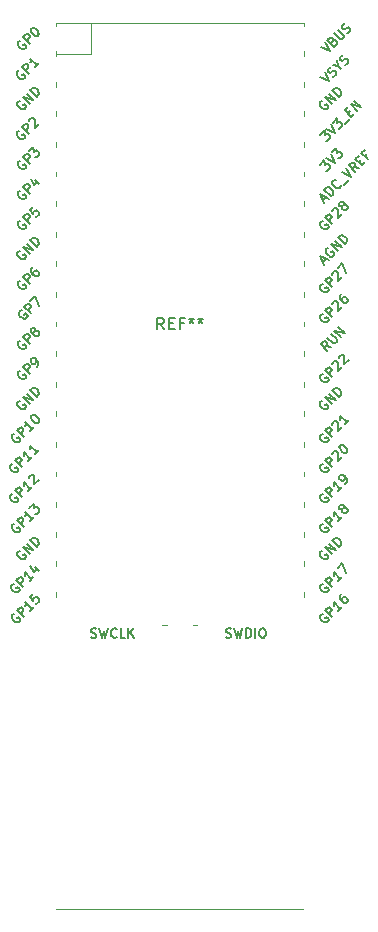
<source format=gbr>
%TF.GenerationSoftware,KiCad,Pcbnew,7.0.9*%
%TF.CreationDate,2024-05-09T16:07:40+09:00*%
%TF.ProjectId,TPIA,54504941-2e6b-4696-9361-645f70636258,rev?*%
%TF.SameCoordinates,Original*%
%TF.FileFunction,Legend,Top*%
%TF.FilePolarity,Positive*%
%FSLAX46Y46*%
G04 Gerber Fmt 4.6, Leading zero omitted, Abs format (unit mm)*
G04 Created by KiCad (PCBNEW 7.0.9) date 2024-05-09 16:07:40*
%MOMM*%
%LPD*%
G01*
G04 APERTURE LIST*
%ADD10C,0.150000*%
%ADD11C,0.120000*%
G04 APERTURE END LIST*
D10*
X138925466Y-94307819D02*
X138592133Y-93831628D01*
X138354038Y-94307819D02*
X138354038Y-93307819D01*
X138354038Y-93307819D02*
X138734990Y-93307819D01*
X138734990Y-93307819D02*
X138830228Y-93355438D01*
X138830228Y-93355438D02*
X138877847Y-93403057D01*
X138877847Y-93403057D02*
X138925466Y-93498295D01*
X138925466Y-93498295D02*
X138925466Y-93641152D01*
X138925466Y-93641152D02*
X138877847Y-93736390D01*
X138877847Y-93736390D02*
X138830228Y-93784009D01*
X138830228Y-93784009D02*
X138734990Y-93831628D01*
X138734990Y-93831628D02*
X138354038Y-93831628D01*
X139354038Y-93784009D02*
X139687371Y-93784009D01*
X139830228Y-94307819D02*
X139354038Y-94307819D01*
X139354038Y-94307819D02*
X139354038Y-93307819D01*
X139354038Y-93307819D02*
X139830228Y-93307819D01*
X140592133Y-93784009D02*
X140258800Y-93784009D01*
X140258800Y-94307819D02*
X140258800Y-93307819D01*
X140258800Y-93307819D02*
X140734990Y-93307819D01*
X141258800Y-93307819D02*
X141258800Y-93545914D01*
X141020705Y-93450676D02*
X141258800Y-93545914D01*
X141258800Y-93545914D02*
X141496895Y-93450676D01*
X141115943Y-93736390D02*
X141258800Y-93545914D01*
X141258800Y-93545914D02*
X141401657Y-93736390D01*
X142020705Y-93307819D02*
X142020705Y-93545914D01*
X141782610Y-93450676D02*
X142020705Y-93545914D01*
X142020705Y-93545914D02*
X142258800Y-93450676D01*
X141877848Y-93736390D02*
X142020705Y-93545914D01*
X142020705Y-93545914D02*
X142163562Y-93736390D01*
X152356798Y-90443868D02*
X152275985Y-90470805D01*
X152275985Y-90470805D02*
X152195173Y-90551618D01*
X152195173Y-90551618D02*
X152141298Y-90659367D01*
X152141298Y-90659367D02*
X152141298Y-90767117D01*
X152141298Y-90767117D02*
X152168236Y-90847929D01*
X152168236Y-90847929D02*
X152249048Y-90982616D01*
X152249048Y-90982616D02*
X152329860Y-91063428D01*
X152329860Y-91063428D02*
X152464547Y-91144241D01*
X152464547Y-91144241D02*
X152545360Y-91171178D01*
X152545360Y-91171178D02*
X152653109Y-91171178D01*
X152653109Y-91171178D02*
X152760859Y-91117303D01*
X152760859Y-91117303D02*
X152814734Y-91063428D01*
X152814734Y-91063428D02*
X152868608Y-90955679D01*
X152868608Y-90955679D02*
X152868608Y-90901804D01*
X152868608Y-90901804D02*
X152680047Y-90713242D01*
X152680047Y-90713242D02*
X152572297Y-90820992D01*
X153164920Y-90713242D02*
X152599234Y-90147557D01*
X152599234Y-90147557D02*
X152814734Y-89932057D01*
X152814734Y-89932057D02*
X152895546Y-89905120D01*
X152895546Y-89905120D02*
X152949421Y-89905120D01*
X152949421Y-89905120D02*
X153030233Y-89932057D01*
X153030233Y-89932057D02*
X153111045Y-90012870D01*
X153111045Y-90012870D02*
X153137982Y-90093682D01*
X153137982Y-90093682D02*
X153137982Y-90147557D01*
X153137982Y-90147557D02*
X153111045Y-90228369D01*
X153111045Y-90228369D02*
X152895546Y-90443868D01*
X153191857Y-89662683D02*
X153191857Y-89608809D01*
X153191857Y-89608809D02*
X153218795Y-89527996D01*
X153218795Y-89527996D02*
X153353482Y-89393309D01*
X153353482Y-89393309D02*
X153434294Y-89366372D01*
X153434294Y-89366372D02*
X153488169Y-89366372D01*
X153488169Y-89366372D02*
X153568981Y-89393309D01*
X153568981Y-89393309D02*
X153622856Y-89447184D01*
X153622856Y-89447184D02*
X153676730Y-89554934D01*
X153676730Y-89554934D02*
X153676730Y-90201431D01*
X153676730Y-90201431D02*
X154026917Y-89851245D01*
X153649793Y-89096998D02*
X154026917Y-88719874D01*
X154026917Y-88719874D02*
X154350166Y-89527996D01*
X153097451Y-95796710D02*
X152639516Y-95715898D01*
X152774203Y-96119959D02*
X152208517Y-95554274D01*
X152208517Y-95554274D02*
X152424016Y-95338775D01*
X152424016Y-95338775D02*
X152504829Y-95311837D01*
X152504829Y-95311837D02*
X152558703Y-95311837D01*
X152558703Y-95311837D02*
X152639516Y-95338775D01*
X152639516Y-95338775D02*
X152720328Y-95419587D01*
X152720328Y-95419587D02*
X152747265Y-95500399D01*
X152747265Y-95500399D02*
X152747265Y-95554274D01*
X152747265Y-95554274D02*
X152720328Y-95635086D01*
X152720328Y-95635086D02*
X152504829Y-95850585D01*
X152774203Y-94988588D02*
X153232138Y-95446524D01*
X153232138Y-95446524D02*
X153312951Y-95473462D01*
X153312951Y-95473462D02*
X153366825Y-95473462D01*
X153366825Y-95473462D02*
X153447638Y-95446524D01*
X153447638Y-95446524D02*
X153555387Y-95338775D01*
X153555387Y-95338775D02*
X153582325Y-95257962D01*
X153582325Y-95257962D02*
X153582325Y-95204088D01*
X153582325Y-95204088D02*
X153555387Y-95123275D01*
X153555387Y-95123275D02*
X153097451Y-94665340D01*
X153932511Y-94961651D02*
X153366825Y-94395966D01*
X153366825Y-94395966D02*
X154255759Y-94638402D01*
X154255759Y-94638402D02*
X153690074Y-94072717D01*
X126248798Y-103133868D02*
X126167985Y-103160805D01*
X126167985Y-103160805D02*
X126087173Y-103241618D01*
X126087173Y-103241618D02*
X126033298Y-103349367D01*
X126033298Y-103349367D02*
X126033298Y-103457117D01*
X126033298Y-103457117D02*
X126060236Y-103537929D01*
X126060236Y-103537929D02*
X126141048Y-103672616D01*
X126141048Y-103672616D02*
X126221860Y-103753428D01*
X126221860Y-103753428D02*
X126356547Y-103834241D01*
X126356547Y-103834241D02*
X126437360Y-103861178D01*
X126437360Y-103861178D02*
X126545109Y-103861178D01*
X126545109Y-103861178D02*
X126652859Y-103807303D01*
X126652859Y-103807303D02*
X126706734Y-103753428D01*
X126706734Y-103753428D02*
X126760608Y-103645679D01*
X126760608Y-103645679D02*
X126760608Y-103591804D01*
X126760608Y-103591804D02*
X126572047Y-103403242D01*
X126572047Y-103403242D02*
X126464297Y-103510992D01*
X127056920Y-103403242D02*
X126491234Y-102837557D01*
X126491234Y-102837557D02*
X126706734Y-102622057D01*
X126706734Y-102622057D02*
X126787546Y-102595120D01*
X126787546Y-102595120D02*
X126841421Y-102595120D01*
X126841421Y-102595120D02*
X126922233Y-102622057D01*
X126922233Y-102622057D02*
X127003045Y-102702870D01*
X127003045Y-102702870D02*
X127029982Y-102783682D01*
X127029982Y-102783682D02*
X127029982Y-102837557D01*
X127029982Y-102837557D02*
X127003045Y-102918369D01*
X127003045Y-102918369D02*
X126787546Y-103133868D01*
X127918917Y-102541245D02*
X127595668Y-102864494D01*
X127757292Y-102702870D02*
X127191607Y-102137184D01*
X127191607Y-102137184D02*
X127218544Y-102271871D01*
X127218544Y-102271871D02*
X127218544Y-102379621D01*
X127218544Y-102379621D02*
X127191607Y-102460433D01*
X127703418Y-101625373D02*
X127757292Y-101571499D01*
X127757292Y-101571499D02*
X127838105Y-101544561D01*
X127838105Y-101544561D02*
X127891979Y-101544561D01*
X127891979Y-101544561D02*
X127972792Y-101571499D01*
X127972792Y-101571499D02*
X128107479Y-101652311D01*
X128107479Y-101652311D02*
X128242166Y-101786998D01*
X128242166Y-101786998D02*
X128322978Y-101921685D01*
X128322978Y-101921685D02*
X128349915Y-102002497D01*
X128349915Y-102002497D02*
X128349915Y-102056372D01*
X128349915Y-102056372D02*
X128322978Y-102137184D01*
X128322978Y-102137184D02*
X128269103Y-102191059D01*
X128269103Y-102191059D02*
X128188291Y-102217996D01*
X128188291Y-102217996D02*
X128134416Y-102217996D01*
X128134416Y-102217996D02*
X128053604Y-102191059D01*
X128053604Y-102191059D02*
X127918917Y-102110247D01*
X127918917Y-102110247D02*
X127784230Y-101975560D01*
X127784230Y-101975560D02*
X127703418Y-101840873D01*
X127703418Y-101840873D02*
X127676480Y-101760060D01*
X127676480Y-101760060D02*
X127676480Y-101706186D01*
X127676480Y-101706186D02*
X127703418Y-101625373D01*
X126672172Y-72374494D02*
X126591360Y-72401431D01*
X126591360Y-72401431D02*
X126510548Y-72482243D01*
X126510548Y-72482243D02*
X126456673Y-72589993D01*
X126456673Y-72589993D02*
X126456673Y-72697742D01*
X126456673Y-72697742D02*
X126483610Y-72778555D01*
X126483610Y-72778555D02*
X126564423Y-72913242D01*
X126564423Y-72913242D02*
X126645235Y-72994054D01*
X126645235Y-72994054D02*
X126779922Y-73074866D01*
X126779922Y-73074866D02*
X126860734Y-73101803D01*
X126860734Y-73101803D02*
X126968484Y-73101803D01*
X126968484Y-73101803D02*
X127076233Y-73047929D01*
X127076233Y-73047929D02*
X127130108Y-72994054D01*
X127130108Y-72994054D02*
X127183983Y-72886304D01*
X127183983Y-72886304D02*
X127183983Y-72832429D01*
X127183983Y-72832429D02*
X126995421Y-72643868D01*
X126995421Y-72643868D02*
X126887671Y-72751617D01*
X127480294Y-72643868D02*
X126914609Y-72078182D01*
X126914609Y-72078182D02*
X127130108Y-71862683D01*
X127130108Y-71862683D02*
X127210920Y-71835746D01*
X127210920Y-71835746D02*
X127264795Y-71835746D01*
X127264795Y-71835746D02*
X127345607Y-71862683D01*
X127345607Y-71862683D02*
X127426419Y-71943495D01*
X127426419Y-71943495D02*
X127453357Y-72024307D01*
X127453357Y-72024307D02*
X127453357Y-72078182D01*
X127453357Y-72078182D02*
X127426419Y-72158994D01*
X127426419Y-72158994D02*
X127210920Y-72374494D01*
X128342291Y-71781871D02*
X128019042Y-72105120D01*
X128180667Y-71943495D02*
X127614981Y-71377810D01*
X127614981Y-71377810D02*
X127641919Y-71512497D01*
X127641919Y-71512497D02*
X127641919Y-71620246D01*
X127641919Y-71620246D02*
X127614981Y-71701059D01*
X126102798Y-108213868D02*
X126021985Y-108240805D01*
X126021985Y-108240805D02*
X125941173Y-108321618D01*
X125941173Y-108321618D02*
X125887298Y-108429367D01*
X125887298Y-108429367D02*
X125887298Y-108537117D01*
X125887298Y-108537117D02*
X125914236Y-108617929D01*
X125914236Y-108617929D02*
X125995048Y-108752616D01*
X125995048Y-108752616D02*
X126075860Y-108833428D01*
X126075860Y-108833428D02*
X126210547Y-108914241D01*
X126210547Y-108914241D02*
X126291360Y-108941178D01*
X126291360Y-108941178D02*
X126399109Y-108941178D01*
X126399109Y-108941178D02*
X126506859Y-108887303D01*
X126506859Y-108887303D02*
X126560734Y-108833428D01*
X126560734Y-108833428D02*
X126614608Y-108725679D01*
X126614608Y-108725679D02*
X126614608Y-108671804D01*
X126614608Y-108671804D02*
X126426047Y-108483242D01*
X126426047Y-108483242D02*
X126318297Y-108590992D01*
X126910920Y-108483242D02*
X126345234Y-107917557D01*
X126345234Y-107917557D02*
X126560734Y-107702057D01*
X126560734Y-107702057D02*
X126641546Y-107675120D01*
X126641546Y-107675120D02*
X126695421Y-107675120D01*
X126695421Y-107675120D02*
X126776233Y-107702057D01*
X126776233Y-107702057D02*
X126857045Y-107782870D01*
X126857045Y-107782870D02*
X126883982Y-107863682D01*
X126883982Y-107863682D02*
X126883982Y-107917557D01*
X126883982Y-107917557D02*
X126857045Y-107998369D01*
X126857045Y-107998369D02*
X126641546Y-108213868D01*
X127772917Y-107621245D02*
X127449668Y-107944494D01*
X127611292Y-107782870D02*
X127045607Y-107217184D01*
X127045607Y-107217184D02*
X127072544Y-107351871D01*
X127072544Y-107351871D02*
X127072544Y-107459621D01*
X127072544Y-107459621D02*
X127045607Y-107540433D01*
X127476605Y-106893935D02*
X127476605Y-106840060D01*
X127476605Y-106840060D02*
X127503543Y-106759248D01*
X127503543Y-106759248D02*
X127638230Y-106624561D01*
X127638230Y-106624561D02*
X127719042Y-106597624D01*
X127719042Y-106597624D02*
X127772917Y-106597624D01*
X127772917Y-106597624D02*
X127853729Y-106624561D01*
X127853729Y-106624561D02*
X127907604Y-106678436D01*
X127907604Y-106678436D02*
X127961479Y-106786186D01*
X127961479Y-106786186D02*
X127961479Y-107432683D01*
X127961479Y-107432683D02*
X128311665Y-107082497D01*
X152179549Y-72923242D02*
X152933796Y-73300366D01*
X152933796Y-73300366D02*
X152556673Y-72546118D01*
X153257045Y-72923242D02*
X153364795Y-72869367D01*
X153364795Y-72869367D02*
X153499482Y-72734680D01*
X153499482Y-72734680D02*
X153526419Y-72653868D01*
X153526419Y-72653868D02*
X153526419Y-72599993D01*
X153526419Y-72599993D02*
X153499482Y-72519181D01*
X153499482Y-72519181D02*
X153445607Y-72465306D01*
X153445607Y-72465306D02*
X153364795Y-72438369D01*
X153364795Y-72438369D02*
X153310920Y-72438369D01*
X153310920Y-72438369D02*
X153230108Y-72465306D01*
X153230108Y-72465306D02*
X153095421Y-72546118D01*
X153095421Y-72546118D02*
X153014608Y-72573056D01*
X153014608Y-72573056D02*
X152960734Y-72573056D01*
X152960734Y-72573056D02*
X152879921Y-72546118D01*
X152879921Y-72546118D02*
X152826047Y-72492244D01*
X152826047Y-72492244D02*
X152799109Y-72411431D01*
X152799109Y-72411431D02*
X152799109Y-72357557D01*
X152799109Y-72357557D02*
X152826047Y-72276744D01*
X152826047Y-72276744D02*
X152960734Y-72142057D01*
X152960734Y-72142057D02*
X153068483Y-72088183D01*
X153688044Y-72007370D02*
X153957418Y-72276744D01*
X153203170Y-71899621D02*
X153688044Y-72007370D01*
X153688044Y-72007370D02*
X153580294Y-71522497D01*
X154280666Y-71899621D02*
X154388416Y-71845746D01*
X154388416Y-71845746D02*
X154523103Y-71711059D01*
X154523103Y-71711059D02*
X154550040Y-71630247D01*
X154550040Y-71630247D02*
X154550040Y-71576372D01*
X154550040Y-71576372D02*
X154523103Y-71495560D01*
X154523103Y-71495560D02*
X154469228Y-71441685D01*
X154469228Y-71441685D02*
X154388416Y-71414748D01*
X154388416Y-71414748D02*
X154334541Y-71414748D01*
X154334541Y-71414748D02*
X154253729Y-71441685D01*
X154253729Y-71441685D02*
X154119042Y-71522497D01*
X154119042Y-71522497D02*
X154038230Y-71549435D01*
X154038230Y-71549435D02*
X153984355Y-71549435D01*
X153984355Y-71549435D02*
X153903543Y-71522497D01*
X153903543Y-71522497D02*
X153849668Y-71468622D01*
X153849668Y-71468622D02*
X153822730Y-71387810D01*
X153822730Y-71387810D02*
X153822730Y-71333935D01*
X153822730Y-71333935D02*
X153849668Y-71253123D01*
X153849668Y-71253123D02*
X153984355Y-71118436D01*
X153984355Y-71118436D02*
X154092104Y-71064561D01*
X126202798Y-115833868D02*
X126121985Y-115860805D01*
X126121985Y-115860805D02*
X126041173Y-115941618D01*
X126041173Y-115941618D02*
X125987298Y-116049367D01*
X125987298Y-116049367D02*
X125987298Y-116157117D01*
X125987298Y-116157117D02*
X126014236Y-116237929D01*
X126014236Y-116237929D02*
X126095048Y-116372616D01*
X126095048Y-116372616D02*
X126175860Y-116453428D01*
X126175860Y-116453428D02*
X126310547Y-116534241D01*
X126310547Y-116534241D02*
X126391360Y-116561178D01*
X126391360Y-116561178D02*
X126499109Y-116561178D01*
X126499109Y-116561178D02*
X126606859Y-116507303D01*
X126606859Y-116507303D02*
X126660734Y-116453428D01*
X126660734Y-116453428D02*
X126714608Y-116345679D01*
X126714608Y-116345679D02*
X126714608Y-116291804D01*
X126714608Y-116291804D02*
X126526047Y-116103242D01*
X126526047Y-116103242D02*
X126418297Y-116210992D01*
X127010920Y-116103242D02*
X126445234Y-115537557D01*
X126445234Y-115537557D02*
X126660734Y-115322057D01*
X126660734Y-115322057D02*
X126741546Y-115295120D01*
X126741546Y-115295120D02*
X126795421Y-115295120D01*
X126795421Y-115295120D02*
X126876233Y-115322057D01*
X126876233Y-115322057D02*
X126957045Y-115402870D01*
X126957045Y-115402870D02*
X126983982Y-115483682D01*
X126983982Y-115483682D02*
X126983982Y-115537557D01*
X126983982Y-115537557D02*
X126957045Y-115618369D01*
X126957045Y-115618369D02*
X126741546Y-115833868D01*
X127872917Y-115241245D02*
X127549668Y-115564494D01*
X127711292Y-115402870D02*
X127145607Y-114837184D01*
X127145607Y-114837184D02*
X127172544Y-114971871D01*
X127172544Y-114971871D02*
X127172544Y-115079621D01*
X127172544Y-115079621D02*
X127145607Y-115160433D01*
X127980666Y-114379248D02*
X128357790Y-114756372D01*
X127630480Y-114298436D02*
X127899854Y-114837184D01*
X127899854Y-114837184D02*
X128250040Y-114486998D01*
X126745235Y-100351431D02*
X126664423Y-100378368D01*
X126664423Y-100378368D02*
X126583611Y-100459180D01*
X126583611Y-100459180D02*
X126529736Y-100566930D01*
X126529736Y-100566930D02*
X126529736Y-100674680D01*
X126529736Y-100674680D02*
X126556673Y-100755492D01*
X126556673Y-100755492D02*
X126637485Y-100890179D01*
X126637485Y-100890179D02*
X126718298Y-100970991D01*
X126718298Y-100970991D02*
X126852985Y-101051803D01*
X126852985Y-101051803D02*
X126933797Y-101078741D01*
X126933797Y-101078741D02*
X127041546Y-101078741D01*
X127041546Y-101078741D02*
X127149296Y-101024866D01*
X127149296Y-101024866D02*
X127203171Y-100970991D01*
X127203171Y-100970991D02*
X127257046Y-100863241D01*
X127257046Y-100863241D02*
X127257046Y-100809367D01*
X127257046Y-100809367D02*
X127068484Y-100620805D01*
X127068484Y-100620805D02*
X126960734Y-100728554D01*
X127553357Y-100620805D02*
X126987672Y-100055119D01*
X126987672Y-100055119D02*
X127876606Y-100297556D01*
X127876606Y-100297556D02*
X127310920Y-99731871D01*
X128145980Y-100028182D02*
X127580294Y-99462497D01*
X127580294Y-99462497D02*
X127714981Y-99327810D01*
X127714981Y-99327810D02*
X127822731Y-99273935D01*
X127822731Y-99273935D02*
X127930480Y-99273935D01*
X127930480Y-99273935D02*
X128011293Y-99300872D01*
X128011293Y-99300872D02*
X128145980Y-99381685D01*
X128145980Y-99381685D02*
X128226792Y-99462497D01*
X128226792Y-99462497D02*
X128307604Y-99597184D01*
X128307604Y-99597184D02*
X128334541Y-99677996D01*
X128334541Y-99677996D02*
X128334541Y-99785746D01*
X128334541Y-99785746D02*
X128280667Y-99893495D01*
X128280667Y-99893495D02*
X128145980Y-100028182D01*
X152356798Y-98053868D02*
X152275985Y-98080805D01*
X152275985Y-98080805D02*
X152195173Y-98161618D01*
X152195173Y-98161618D02*
X152141298Y-98269367D01*
X152141298Y-98269367D02*
X152141298Y-98377117D01*
X152141298Y-98377117D02*
X152168236Y-98457929D01*
X152168236Y-98457929D02*
X152249048Y-98592616D01*
X152249048Y-98592616D02*
X152329860Y-98673428D01*
X152329860Y-98673428D02*
X152464547Y-98754241D01*
X152464547Y-98754241D02*
X152545360Y-98781178D01*
X152545360Y-98781178D02*
X152653109Y-98781178D01*
X152653109Y-98781178D02*
X152760859Y-98727303D01*
X152760859Y-98727303D02*
X152814734Y-98673428D01*
X152814734Y-98673428D02*
X152868608Y-98565679D01*
X152868608Y-98565679D02*
X152868608Y-98511804D01*
X152868608Y-98511804D02*
X152680047Y-98323242D01*
X152680047Y-98323242D02*
X152572297Y-98430992D01*
X153164920Y-98323242D02*
X152599234Y-97757557D01*
X152599234Y-97757557D02*
X152814734Y-97542057D01*
X152814734Y-97542057D02*
X152895546Y-97515120D01*
X152895546Y-97515120D02*
X152949421Y-97515120D01*
X152949421Y-97515120D02*
X153030233Y-97542057D01*
X153030233Y-97542057D02*
X153111045Y-97622870D01*
X153111045Y-97622870D02*
X153137982Y-97703682D01*
X153137982Y-97703682D02*
X153137982Y-97757557D01*
X153137982Y-97757557D02*
X153111045Y-97838369D01*
X153111045Y-97838369D02*
X152895546Y-98053868D01*
X153191857Y-97272683D02*
X153191857Y-97218809D01*
X153191857Y-97218809D02*
X153218795Y-97137996D01*
X153218795Y-97137996D02*
X153353482Y-97003309D01*
X153353482Y-97003309D02*
X153434294Y-96976372D01*
X153434294Y-96976372D02*
X153488169Y-96976372D01*
X153488169Y-96976372D02*
X153568981Y-97003309D01*
X153568981Y-97003309D02*
X153622856Y-97057184D01*
X153622856Y-97057184D02*
X153676730Y-97164934D01*
X153676730Y-97164934D02*
X153676730Y-97811431D01*
X153676730Y-97811431D02*
X154026917Y-97461245D01*
X153730605Y-96733935D02*
X153730605Y-96680060D01*
X153730605Y-96680060D02*
X153757543Y-96599248D01*
X153757543Y-96599248D02*
X153892230Y-96464561D01*
X153892230Y-96464561D02*
X153973042Y-96437624D01*
X153973042Y-96437624D02*
X154026917Y-96437624D01*
X154026917Y-96437624D02*
X154107729Y-96464561D01*
X154107729Y-96464561D02*
X154161604Y-96518436D01*
X154161604Y-96518436D02*
X154215479Y-96626186D01*
X154215479Y-96626186D02*
X154215479Y-97272683D01*
X154215479Y-97272683D02*
X154565665Y-96922497D01*
X152356798Y-103143868D02*
X152275985Y-103170805D01*
X152275985Y-103170805D02*
X152195173Y-103251618D01*
X152195173Y-103251618D02*
X152141298Y-103359367D01*
X152141298Y-103359367D02*
X152141298Y-103467117D01*
X152141298Y-103467117D02*
X152168236Y-103547929D01*
X152168236Y-103547929D02*
X152249048Y-103682616D01*
X152249048Y-103682616D02*
X152329860Y-103763428D01*
X152329860Y-103763428D02*
X152464547Y-103844241D01*
X152464547Y-103844241D02*
X152545360Y-103871178D01*
X152545360Y-103871178D02*
X152653109Y-103871178D01*
X152653109Y-103871178D02*
X152760859Y-103817303D01*
X152760859Y-103817303D02*
X152814734Y-103763428D01*
X152814734Y-103763428D02*
X152868608Y-103655679D01*
X152868608Y-103655679D02*
X152868608Y-103601804D01*
X152868608Y-103601804D02*
X152680047Y-103413242D01*
X152680047Y-103413242D02*
X152572297Y-103520992D01*
X153164920Y-103413242D02*
X152599234Y-102847557D01*
X152599234Y-102847557D02*
X152814734Y-102632057D01*
X152814734Y-102632057D02*
X152895546Y-102605120D01*
X152895546Y-102605120D02*
X152949421Y-102605120D01*
X152949421Y-102605120D02*
X153030233Y-102632057D01*
X153030233Y-102632057D02*
X153111045Y-102712870D01*
X153111045Y-102712870D02*
X153137982Y-102793682D01*
X153137982Y-102793682D02*
X153137982Y-102847557D01*
X153137982Y-102847557D02*
X153111045Y-102928369D01*
X153111045Y-102928369D02*
X152895546Y-103143868D01*
X153191857Y-102362683D02*
X153191857Y-102308809D01*
X153191857Y-102308809D02*
X153218795Y-102227996D01*
X153218795Y-102227996D02*
X153353482Y-102093309D01*
X153353482Y-102093309D02*
X153434294Y-102066372D01*
X153434294Y-102066372D02*
X153488169Y-102066372D01*
X153488169Y-102066372D02*
X153568981Y-102093309D01*
X153568981Y-102093309D02*
X153622856Y-102147184D01*
X153622856Y-102147184D02*
X153676730Y-102254934D01*
X153676730Y-102254934D02*
X153676730Y-102901431D01*
X153676730Y-102901431D02*
X154026917Y-102551245D01*
X154565665Y-102012497D02*
X154242416Y-102335746D01*
X154404040Y-102174121D02*
X153838355Y-101608436D01*
X153838355Y-101608436D02*
X153865292Y-101743123D01*
X153865292Y-101743123D02*
X153865292Y-101850873D01*
X153865292Y-101850873D02*
X153838355Y-101931685D01*
X126772172Y-90164494D02*
X126691360Y-90191431D01*
X126691360Y-90191431D02*
X126610548Y-90272243D01*
X126610548Y-90272243D02*
X126556673Y-90379993D01*
X126556673Y-90379993D02*
X126556673Y-90487742D01*
X126556673Y-90487742D02*
X126583610Y-90568555D01*
X126583610Y-90568555D02*
X126664423Y-90703242D01*
X126664423Y-90703242D02*
X126745235Y-90784054D01*
X126745235Y-90784054D02*
X126879922Y-90864866D01*
X126879922Y-90864866D02*
X126960734Y-90891803D01*
X126960734Y-90891803D02*
X127068484Y-90891803D01*
X127068484Y-90891803D02*
X127176233Y-90837929D01*
X127176233Y-90837929D02*
X127230108Y-90784054D01*
X127230108Y-90784054D02*
X127283983Y-90676304D01*
X127283983Y-90676304D02*
X127283983Y-90622429D01*
X127283983Y-90622429D02*
X127095421Y-90433868D01*
X127095421Y-90433868D02*
X126987671Y-90541617D01*
X127580294Y-90433868D02*
X127014609Y-89868182D01*
X127014609Y-89868182D02*
X127230108Y-89652683D01*
X127230108Y-89652683D02*
X127310920Y-89625746D01*
X127310920Y-89625746D02*
X127364795Y-89625746D01*
X127364795Y-89625746D02*
X127445607Y-89652683D01*
X127445607Y-89652683D02*
X127526419Y-89733495D01*
X127526419Y-89733495D02*
X127553357Y-89814307D01*
X127553357Y-89814307D02*
X127553357Y-89868182D01*
X127553357Y-89868182D02*
X127526419Y-89948994D01*
X127526419Y-89948994D02*
X127310920Y-90164494D01*
X127822731Y-89060060D02*
X127714981Y-89167810D01*
X127714981Y-89167810D02*
X127688044Y-89248622D01*
X127688044Y-89248622D02*
X127688044Y-89302497D01*
X127688044Y-89302497D02*
X127714981Y-89437184D01*
X127714981Y-89437184D02*
X127795793Y-89571871D01*
X127795793Y-89571871D02*
X128011293Y-89787370D01*
X128011293Y-89787370D02*
X128092105Y-89814307D01*
X128092105Y-89814307D02*
X128145980Y-89814307D01*
X128145980Y-89814307D02*
X128226792Y-89787370D01*
X128226792Y-89787370D02*
X128334541Y-89679620D01*
X128334541Y-89679620D02*
X128361479Y-89598808D01*
X128361479Y-89598808D02*
X128361479Y-89544933D01*
X128361479Y-89544933D02*
X128334541Y-89464121D01*
X128334541Y-89464121D02*
X128199854Y-89329434D01*
X128199854Y-89329434D02*
X128119042Y-89302497D01*
X128119042Y-89302497D02*
X128065167Y-89302497D01*
X128065167Y-89302497D02*
X127984355Y-89329434D01*
X127984355Y-89329434D02*
X127876606Y-89437184D01*
X127876606Y-89437184D02*
X127849668Y-89517996D01*
X127849668Y-89517996D02*
X127849668Y-89571871D01*
X127849668Y-89571871D02*
X127876606Y-89652683D01*
X152356798Y-110753868D02*
X152275985Y-110780805D01*
X152275985Y-110780805D02*
X152195173Y-110861618D01*
X152195173Y-110861618D02*
X152141298Y-110969367D01*
X152141298Y-110969367D02*
X152141298Y-111077117D01*
X152141298Y-111077117D02*
X152168236Y-111157929D01*
X152168236Y-111157929D02*
X152249048Y-111292616D01*
X152249048Y-111292616D02*
X152329860Y-111373428D01*
X152329860Y-111373428D02*
X152464547Y-111454241D01*
X152464547Y-111454241D02*
X152545360Y-111481178D01*
X152545360Y-111481178D02*
X152653109Y-111481178D01*
X152653109Y-111481178D02*
X152760859Y-111427303D01*
X152760859Y-111427303D02*
X152814734Y-111373428D01*
X152814734Y-111373428D02*
X152868608Y-111265679D01*
X152868608Y-111265679D02*
X152868608Y-111211804D01*
X152868608Y-111211804D02*
X152680047Y-111023242D01*
X152680047Y-111023242D02*
X152572297Y-111130992D01*
X153164920Y-111023242D02*
X152599234Y-110457557D01*
X152599234Y-110457557D02*
X152814734Y-110242057D01*
X152814734Y-110242057D02*
X152895546Y-110215120D01*
X152895546Y-110215120D02*
X152949421Y-110215120D01*
X152949421Y-110215120D02*
X153030233Y-110242057D01*
X153030233Y-110242057D02*
X153111045Y-110322870D01*
X153111045Y-110322870D02*
X153137982Y-110403682D01*
X153137982Y-110403682D02*
X153137982Y-110457557D01*
X153137982Y-110457557D02*
X153111045Y-110538369D01*
X153111045Y-110538369D02*
X152895546Y-110753868D01*
X154026917Y-110161245D02*
X153703668Y-110484494D01*
X153865292Y-110322870D02*
X153299607Y-109757184D01*
X153299607Y-109757184D02*
X153326544Y-109891871D01*
X153326544Y-109891871D02*
X153326544Y-109999621D01*
X153326544Y-109999621D02*
X153299607Y-110080433D01*
X154026917Y-109514747D02*
X153946105Y-109541685D01*
X153946105Y-109541685D02*
X153892230Y-109541685D01*
X153892230Y-109541685D02*
X153811418Y-109514747D01*
X153811418Y-109514747D02*
X153784480Y-109487810D01*
X153784480Y-109487810D02*
X153757543Y-109406998D01*
X153757543Y-109406998D02*
X153757543Y-109353123D01*
X153757543Y-109353123D02*
X153784480Y-109272311D01*
X153784480Y-109272311D02*
X153892230Y-109164561D01*
X153892230Y-109164561D02*
X153973042Y-109137624D01*
X153973042Y-109137624D02*
X154026917Y-109137624D01*
X154026917Y-109137624D02*
X154107729Y-109164561D01*
X154107729Y-109164561D02*
X154134666Y-109191499D01*
X154134666Y-109191499D02*
X154161604Y-109272311D01*
X154161604Y-109272311D02*
X154161604Y-109326186D01*
X154161604Y-109326186D02*
X154134666Y-109406998D01*
X154134666Y-109406998D02*
X154026917Y-109514747D01*
X154026917Y-109514747D02*
X153999979Y-109595560D01*
X153999979Y-109595560D02*
X153999979Y-109649434D01*
X153999979Y-109649434D02*
X154026917Y-109730247D01*
X154026917Y-109730247D02*
X154134666Y-109837996D01*
X154134666Y-109837996D02*
X154215479Y-109864934D01*
X154215479Y-109864934D02*
X154269353Y-109864934D01*
X154269353Y-109864934D02*
X154350166Y-109837996D01*
X154350166Y-109837996D02*
X154457915Y-109730247D01*
X154457915Y-109730247D02*
X154484853Y-109649434D01*
X154484853Y-109649434D02*
X154484853Y-109595560D01*
X154484853Y-109595560D02*
X154457915Y-109514747D01*
X154457915Y-109514747D02*
X154350166Y-109406998D01*
X154350166Y-109406998D02*
X154269353Y-109380060D01*
X154269353Y-109380060D02*
X154215479Y-109380060D01*
X154215479Y-109380060D02*
X154134666Y-109406998D01*
X126672172Y-77464494D02*
X126591360Y-77491431D01*
X126591360Y-77491431D02*
X126510548Y-77572243D01*
X126510548Y-77572243D02*
X126456673Y-77679993D01*
X126456673Y-77679993D02*
X126456673Y-77787742D01*
X126456673Y-77787742D02*
X126483610Y-77868555D01*
X126483610Y-77868555D02*
X126564423Y-78003242D01*
X126564423Y-78003242D02*
X126645235Y-78084054D01*
X126645235Y-78084054D02*
X126779922Y-78164866D01*
X126779922Y-78164866D02*
X126860734Y-78191803D01*
X126860734Y-78191803D02*
X126968484Y-78191803D01*
X126968484Y-78191803D02*
X127076233Y-78137929D01*
X127076233Y-78137929D02*
X127130108Y-78084054D01*
X127130108Y-78084054D02*
X127183983Y-77976304D01*
X127183983Y-77976304D02*
X127183983Y-77922429D01*
X127183983Y-77922429D02*
X126995421Y-77733868D01*
X126995421Y-77733868D02*
X126887671Y-77841617D01*
X127480294Y-77733868D02*
X126914609Y-77168182D01*
X126914609Y-77168182D02*
X127130108Y-76952683D01*
X127130108Y-76952683D02*
X127210920Y-76925746D01*
X127210920Y-76925746D02*
X127264795Y-76925746D01*
X127264795Y-76925746D02*
X127345607Y-76952683D01*
X127345607Y-76952683D02*
X127426419Y-77033495D01*
X127426419Y-77033495D02*
X127453357Y-77114307D01*
X127453357Y-77114307D02*
X127453357Y-77168182D01*
X127453357Y-77168182D02*
X127426419Y-77248994D01*
X127426419Y-77248994D02*
X127210920Y-77464494D01*
X127507232Y-76683309D02*
X127507232Y-76629434D01*
X127507232Y-76629434D02*
X127534169Y-76548622D01*
X127534169Y-76548622D02*
X127668856Y-76413935D01*
X127668856Y-76413935D02*
X127749668Y-76386998D01*
X127749668Y-76386998D02*
X127803543Y-76386998D01*
X127803543Y-76386998D02*
X127884355Y-76413935D01*
X127884355Y-76413935D02*
X127938230Y-76467810D01*
X127938230Y-76467810D02*
X127992105Y-76575559D01*
X127992105Y-76575559D02*
X127992105Y-77222057D01*
X127992105Y-77222057D02*
X128342291Y-76871871D01*
X152356798Y-108213868D02*
X152275985Y-108240805D01*
X152275985Y-108240805D02*
X152195173Y-108321618D01*
X152195173Y-108321618D02*
X152141298Y-108429367D01*
X152141298Y-108429367D02*
X152141298Y-108537117D01*
X152141298Y-108537117D02*
X152168236Y-108617929D01*
X152168236Y-108617929D02*
X152249048Y-108752616D01*
X152249048Y-108752616D02*
X152329860Y-108833428D01*
X152329860Y-108833428D02*
X152464547Y-108914241D01*
X152464547Y-108914241D02*
X152545360Y-108941178D01*
X152545360Y-108941178D02*
X152653109Y-108941178D01*
X152653109Y-108941178D02*
X152760859Y-108887303D01*
X152760859Y-108887303D02*
X152814734Y-108833428D01*
X152814734Y-108833428D02*
X152868608Y-108725679D01*
X152868608Y-108725679D02*
X152868608Y-108671804D01*
X152868608Y-108671804D02*
X152680047Y-108483242D01*
X152680047Y-108483242D02*
X152572297Y-108590992D01*
X153164920Y-108483242D02*
X152599234Y-107917557D01*
X152599234Y-107917557D02*
X152814734Y-107702057D01*
X152814734Y-107702057D02*
X152895546Y-107675120D01*
X152895546Y-107675120D02*
X152949421Y-107675120D01*
X152949421Y-107675120D02*
X153030233Y-107702057D01*
X153030233Y-107702057D02*
X153111045Y-107782870D01*
X153111045Y-107782870D02*
X153137982Y-107863682D01*
X153137982Y-107863682D02*
X153137982Y-107917557D01*
X153137982Y-107917557D02*
X153111045Y-107998369D01*
X153111045Y-107998369D02*
X152895546Y-108213868D01*
X154026917Y-107621245D02*
X153703668Y-107944494D01*
X153865292Y-107782870D02*
X153299607Y-107217184D01*
X153299607Y-107217184D02*
X153326544Y-107351871D01*
X153326544Y-107351871D02*
X153326544Y-107459621D01*
X153326544Y-107459621D02*
X153299607Y-107540433D01*
X154296291Y-107351871D02*
X154404040Y-107244121D01*
X154404040Y-107244121D02*
X154430978Y-107163309D01*
X154430978Y-107163309D02*
X154430978Y-107109434D01*
X154430978Y-107109434D02*
X154404040Y-106974747D01*
X154404040Y-106974747D02*
X154323228Y-106840060D01*
X154323228Y-106840060D02*
X154107729Y-106624561D01*
X154107729Y-106624561D02*
X154026917Y-106597624D01*
X154026917Y-106597624D02*
X153973042Y-106597624D01*
X153973042Y-106597624D02*
X153892230Y-106624561D01*
X153892230Y-106624561D02*
X153784480Y-106732311D01*
X153784480Y-106732311D02*
X153757543Y-106813123D01*
X153757543Y-106813123D02*
X153757543Y-106866998D01*
X153757543Y-106866998D02*
X153784480Y-106947810D01*
X153784480Y-106947810D02*
X153919167Y-107082497D01*
X153919167Y-107082497D02*
X153999979Y-107109434D01*
X153999979Y-107109434D02*
X154053854Y-107109434D01*
X154053854Y-107109434D02*
X154134666Y-107082497D01*
X154134666Y-107082497D02*
X154242416Y-106974747D01*
X154242416Y-106974747D02*
X154269353Y-106893935D01*
X154269353Y-106893935D02*
X154269353Y-106840060D01*
X154269353Y-106840060D02*
X154242416Y-106759248D01*
X152356798Y-105673868D02*
X152275985Y-105700805D01*
X152275985Y-105700805D02*
X152195173Y-105781618D01*
X152195173Y-105781618D02*
X152141298Y-105889367D01*
X152141298Y-105889367D02*
X152141298Y-105997117D01*
X152141298Y-105997117D02*
X152168236Y-106077929D01*
X152168236Y-106077929D02*
X152249048Y-106212616D01*
X152249048Y-106212616D02*
X152329860Y-106293428D01*
X152329860Y-106293428D02*
X152464547Y-106374241D01*
X152464547Y-106374241D02*
X152545360Y-106401178D01*
X152545360Y-106401178D02*
X152653109Y-106401178D01*
X152653109Y-106401178D02*
X152760859Y-106347303D01*
X152760859Y-106347303D02*
X152814734Y-106293428D01*
X152814734Y-106293428D02*
X152868608Y-106185679D01*
X152868608Y-106185679D02*
X152868608Y-106131804D01*
X152868608Y-106131804D02*
X152680047Y-105943242D01*
X152680047Y-105943242D02*
X152572297Y-106050992D01*
X153164920Y-105943242D02*
X152599234Y-105377557D01*
X152599234Y-105377557D02*
X152814734Y-105162057D01*
X152814734Y-105162057D02*
X152895546Y-105135120D01*
X152895546Y-105135120D02*
X152949421Y-105135120D01*
X152949421Y-105135120D02*
X153030233Y-105162057D01*
X153030233Y-105162057D02*
X153111045Y-105242870D01*
X153111045Y-105242870D02*
X153137982Y-105323682D01*
X153137982Y-105323682D02*
X153137982Y-105377557D01*
X153137982Y-105377557D02*
X153111045Y-105458369D01*
X153111045Y-105458369D02*
X152895546Y-105673868D01*
X153191857Y-104892683D02*
X153191857Y-104838809D01*
X153191857Y-104838809D02*
X153218795Y-104757996D01*
X153218795Y-104757996D02*
X153353482Y-104623309D01*
X153353482Y-104623309D02*
X153434294Y-104596372D01*
X153434294Y-104596372D02*
X153488169Y-104596372D01*
X153488169Y-104596372D02*
X153568981Y-104623309D01*
X153568981Y-104623309D02*
X153622856Y-104677184D01*
X153622856Y-104677184D02*
X153676730Y-104784934D01*
X153676730Y-104784934D02*
X153676730Y-105431431D01*
X153676730Y-105431431D02*
X154026917Y-105081245D01*
X153811418Y-104165373D02*
X153865292Y-104111499D01*
X153865292Y-104111499D02*
X153946105Y-104084561D01*
X153946105Y-104084561D02*
X153999979Y-104084561D01*
X153999979Y-104084561D02*
X154080792Y-104111499D01*
X154080792Y-104111499D02*
X154215479Y-104192311D01*
X154215479Y-104192311D02*
X154350166Y-104326998D01*
X154350166Y-104326998D02*
X154430978Y-104461685D01*
X154430978Y-104461685D02*
X154457915Y-104542497D01*
X154457915Y-104542497D02*
X154457915Y-104596372D01*
X154457915Y-104596372D02*
X154430978Y-104677184D01*
X154430978Y-104677184D02*
X154377103Y-104731059D01*
X154377103Y-104731059D02*
X154296291Y-104757996D01*
X154296291Y-104757996D02*
X154242416Y-104757996D01*
X154242416Y-104757996D02*
X154161604Y-104731059D01*
X154161604Y-104731059D02*
X154026917Y-104650247D01*
X154026917Y-104650247D02*
X153892230Y-104515560D01*
X153892230Y-104515560D02*
X153811418Y-104380873D01*
X153811418Y-104380873D02*
X153784480Y-104300060D01*
X153784480Y-104300060D02*
X153784480Y-104246186D01*
X153784480Y-104246186D02*
X153811418Y-104165373D01*
X126745235Y-74951431D02*
X126664423Y-74978368D01*
X126664423Y-74978368D02*
X126583611Y-75059180D01*
X126583611Y-75059180D02*
X126529736Y-75166930D01*
X126529736Y-75166930D02*
X126529736Y-75274680D01*
X126529736Y-75274680D02*
X126556673Y-75355492D01*
X126556673Y-75355492D02*
X126637485Y-75490179D01*
X126637485Y-75490179D02*
X126718298Y-75570991D01*
X126718298Y-75570991D02*
X126852985Y-75651803D01*
X126852985Y-75651803D02*
X126933797Y-75678741D01*
X126933797Y-75678741D02*
X127041546Y-75678741D01*
X127041546Y-75678741D02*
X127149296Y-75624866D01*
X127149296Y-75624866D02*
X127203171Y-75570991D01*
X127203171Y-75570991D02*
X127257046Y-75463241D01*
X127257046Y-75463241D02*
X127257046Y-75409367D01*
X127257046Y-75409367D02*
X127068484Y-75220805D01*
X127068484Y-75220805D02*
X126960734Y-75328554D01*
X127553357Y-75220805D02*
X126987672Y-74655119D01*
X126987672Y-74655119D02*
X127876606Y-74897556D01*
X127876606Y-74897556D02*
X127310920Y-74331871D01*
X128145980Y-74628182D02*
X127580294Y-74062497D01*
X127580294Y-74062497D02*
X127714981Y-73927810D01*
X127714981Y-73927810D02*
X127822731Y-73873935D01*
X127822731Y-73873935D02*
X127930480Y-73873935D01*
X127930480Y-73873935D02*
X128011293Y-73900872D01*
X128011293Y-73900872D02*
X128145980Y-73981685D01*
X128145980Y-73981685D02*
X128226792Y-74062497D01*
X128226792Y-74062497D02*
X128307604Y-74197184D01*
X128307604Y-74197184D02*
X128334541Y-74277996D01*
X128334541Y-74277996D02*
X128334541Y-74385746D01*
X128334541Y-74385746D02*
X128280667Y-74493495D01*
X128280667Y-74493495D02*
X128145980Y-74628182D01*
X126745235Y-113051431D02*
X126664423Y-113078368D01*
X126664423Y-113078368D02*
X126583611Y-113159180D01*
X126583611Y-113159180D02*
X126529736Y-113266930D01*
X126529736Y-113266930D02*
X126529736Y-113374680D01*
X126529736Y-113374680D02*
X126556673Y-113455492D01*
X126556673Y-113455492D02*
X126637485Y-113590179D01*
X126637485Y-113590179D02*
X126718298Y-113670991D01*
X126718298Y-113670991D02*
X126852985Y-113751803D01*
X126852985Y-113751803D02*
X126933797Y-113778741D01*
X126933797Y-113778741D02*
X127041546Y-113778741D01*
X127041546Y-113778741D02*
X127149296Y-113724866D01*
X127149296Y-113724866D02*
X127203171Y-113670991D01*
X127203171Y-113670991D02*
X127257046Y-113563241D01*
X127257046Y-113563241D02*
X127257046Y-113509367D01*
X127257046Y-113509367D02*
X127068484Y-113320805D01*
X127068484Y-113320805D02*
X126960734Y-113428554D01*
X127553357Y-113320805D02*
X126987672Y-112755119D01*
X126987672Y-112755119D02*
X127876606Y-112997556D01*
X127876606Y-112997556D02*
X127310920Y-112431871D01*
X128145980Y-112728182D02*
X127580294Y-112162497D01*
X127580294Y-112162497D02*
X127714981Y-112027810D01*
X127714981Y-112027810D02*
X127822731Y-111973935D01*
X127822731Y-111973935D02*
X127930480Y-111973935D01*
X127930480Y-111973935D02*
X128011293Y-112000872D01*
X128011293Y-112000872D02*
X128145980Y-112081685D01*
X128145980Y-112081685D02*
X128226792Y-112162497D01*
X128226792Y-112162497D02*
X128307604Y-112297184D01*
X128307604Y-112297184D02*
X128334541Y-112377996D01*
X128334541Y-112377996D02*
X128334541Y-112485746D01*
X128334541Y-112485746D02*
X128280667Y-112593495D01*
X128280667Y-112593495D02*
X128145980Y-112728182D01*
X126772172Y-80004494D02*
X126691360Y-80031431D01*
X126691360Y-80031431D02*
X126610548Y-80112243D01*
X126610548Y-80112243D02*
X126556673Y-80219993D01*
X126556673Y-80219993D02*
X126556673Y-80327742D01*
X126556673Y-80327742D02*
X126583610Y-80408555D01*
X126583610Y-80408555D02*
X126664423Y-80543242D01*
X126664423Y-80543242D02*
X126745235Y-80624054D01*
X126745235Y-80624054D02*
X126879922Y-80704866D01*
X126879922Y-80704866D02*
X126960734Y-80731803D01*
X126960734Y-80731803D02*
X127068484Y-80731803D01*
X127068484Y-80731803D02*
X127176233Y-80677929D01*
X127176233Y-80677929D02*
X127230108Y-80624054D01*
X127230108Y-80624054D02*
X127283983Y-80516304D01*
X127283983Y-80516304D02*
X127283983Y-80462429D01*
X127283983Y-80462429D02*
X127095421Y-80273868D01*
X127095421Y-80273868D02*
X126987671Y-80381617D01*
X127580294Y-80273868D02*
X127014609Y-79708182D01*
X127014609Y-79708182D02*
X127230108Y-79492683D01*
X127230108Y-79492683D02*
X127310920Y-79465746D01*
X127310920Y-79465746D02*
X127364795Y-79465746D01*
X127364795Y-79465746D02*
X127445607Y-79492683D01*
X127445607Y-79492683D02*
X127526419Y-79573495D01*
X127526419Y-79573495D02*
X127553357Y-79654307D01*
X127553357Y-79654307D02*
X127553357Y-79708182D01*
X127553357Y-79708182D02*
X127526419Y-79788994D01*
X127526419Y-79788994D02*
X127310920Y-80004494D01*
X127526419Y-79196372D02*
X127876606Y-78846185D01*
X127876606Y-78846185D02*
X127903543Y-79250246D01*
X127903543Y-79250246D02*
X127984355Y-79169434D01*
X127984355Y-79169434D02*
X128065167Y-79142497D01*
X128065167Y-79142497D02*
X128119042Y-79142497D01*
X128119042Y-79142497D02*
X128199854Y-79169434D01*
X128199854Y-79169434D02*
X128334541Y-79304121D01*
X128334541Y-79304121D02*
X128361479Y-79384933D01*
X128361479Y-79384933D02*
X128361479Y-79438808D01*
X128361479Y-79438808D02*
X128334541Y-79519620D01*
X128334541Y-79519620D02*
X128172917Y-79681245D01*
X128172917Y-79681245D02*
X128092105Y-79708182D01*
X128092105Y-79708182D02*
X128038230Y-79708182D01*
X126772172Y-69844494D02*
X126691360Y-69871431D01*
X126691360Y-69871431D02*
X126610548Y-69952243D01*
X126610548Y-69952243D02*
X126556673Y-70059993D01*
X126556673Y-70059993D02*
X126556673Y-70167742D01*
X126556673Y-70167742D02*
X126583610Y-70248555D01*
X126583610Y-70248555D02*
X126664423Y-70383242D01*
X126664423Y-70383242D02*
X126745235Y-70464054D01*
X126745235Y-70464054D02*
X126879922Y-70544866D01*
X126879922Y-70544866D02*
X126960734Y-70571803D01*
X126960734Y-70571803D02*
X127068484Y-70571803D01*
X127068484Y-70571803D02*
X127176233Y-70517929D01*
X127176233Y-70517929D02*
X127230108Y-70464054D01*
X127230108Y-70464054D02*
X127283983Y-70356304D01*
X127283983Y-70356304D02*
X127283983Y-70302429D01*
X127283983Y-70302429D02*
X127095421Y-70113868D01*
X127095421Y-70113868D02*
X126987671Y-70221617D01*
X127580294Y-70113868D02*
X127014609Y-69548182D01*
X127014609Y-69548182D02*
X127230108Y-69332683D01*
X127230108Y-69332683D02*
X127310920Y-69305746D01*
X127310920Y-69305746D02*
X127364795Y-69305746D01*
X127364795Y-69305746D02*
X127445607Y-69332683D01*
X127445607Y-69332683D02*
X127526419Y-69413495D01*
X127526419Y-69413495D02*
X127553357Y-69494307D01*
X127553357Y-69494307D02*
X127553357Y-69548182D01*
X127553357Y-69548182D02*
X127526419Y-69628994D01*
X127526419Y-69628994D02*
X127310920Y-69844494D01*
X127688044Y-68874747D02*
X127741919Y-68820872D01*
X127741919Y-68820872D02*
X127822731Y-68793935D01*
X127822731Y-68793935D02*
X127876606Y-68793935D01*
X127876606Y-68793935D02*
X127957418Y-68820872D01*
X127957418Y-68820872D02*
X128092105Y-68901685D01*
X128092105Y-68901685D02*
X128226792Y-69036372D01*
X128226792Y-69036372D02*
X128307604Y-69171059D01*
X128307604Y-69171059D02*
X128334541Y-69251871D01*
X128334541Y-69251871D02*
X128334541Y-69305746D01*
X128334541Y-69305746D02*
X128307604Y-69386558D01*
X128307604Y-69386558D02*
X128253729Y-69440433D01*
X128253729Y-69440433D02*
X128172917Y-69467370D01*
X128172917Y-69467370D02*
X128119042Y-69467370D01*
X128119042Y-69467370D02*
X128038230Y-69440433D01*
X128038230Y-69440433D02*
X127903543Y-69359620D01*
X127903543Y-69359620D02*
X127768856Y-69224933D01*
X127768856Y-69224933D02*
X127688044Y-69090246D01*
X127688044Y-69090246D02*
X127661106Y-69009434D01*
X127661106Y-69009434D02*
X127661106Y-68955559D01*
X127661106Y-68955559D02*
X127688044Y-68874747D01*
X126772172Y-85084494D02*
X126691360Y-85111431D01*
X126691360Y-85111431D02*
X126610548Y-85192243D01*
X126610548Y-85192243D02*
X126556673Y-85299993D01*
X126556673Y-85299993D02*
X126556673Y-85407742D01*
X126556673Y-85407742D02*
X126583610Y-85488555D01*
X126583610Y-85488555D02*
X126664423Y-85623242D01*
X126664423Y-85623242D02*
X126745235Y-85704054D01*
X126745235Y-85704054D02*
X126879922Y-85784866D01*
X126879922Y-85784866D02*
X126960734Y-85811803D01*
X126960734Y-85811803D02*
X127068484Y-85811803D01*
X127068484Y-85811803D02*
X127176233Y-85757929D01*
X127176233Y-85757929D02*
X127230108Y-85704054D01*
X127230108Y-85704054D02*
X127283983Y-85596304D01*
X127283983Y-85596304D02*
X127283983Y-85542429D01*
X127283983Y-85542429D02*
X127095421Y-85353868D01*
X127095421Y-85353868D02*
X126987671Y-85461617D01*
X127580294Y-85353868D02*
X127014609Y-84788182D01*
X127014609Y-84788182D02*
X127230108Y-84572683D01*
X127230108Y-84572683D02*
X127310920Y-84545746D01*
X127310920Y-84545746D02*
X127364795Y-84545746D01*
X127364795Y-84545746D02*
X127445607Y-84572683D01*
X127445607Y-84572683D02*
X127526419Y-84653495D01*
X127526419Y-84653495D02*
X127553357Y-84734307D01*
X127553357Y-84734307D02*
X127553357Y-84788182D01*
X127553357Y-84788182D02*
X127526419Y-84868994D01*
X127526419Y-84868994D02*
X127310920Y-85084494D01*
X127849668Y-83953123D02*
X127580294Y-84222497D01*
X127580294Y-84222497D02*
X127822731Y-84518808D01*
X127822731Y-84518808D02*
X127822731Y-84464933D01*
X127822731Y-84464933D02*
X127849668Y-84384121D01*
X127849668Y-84384121D02*
X127984355Y-84249434D01*
X127984355Y-84249434D02*
X128065167Y-84222497D01*
X128065167Y-84222497D02*
X128119042Y-84222497D01*
X128119042Y-84222497D02*
X128199854Y-84249434D01*
X128199854Y-84249434D02*
X128334541Y-84384121D01*
X128334541Y-84384121D02*
X128361479Y-84464933D01*
X128361479Y-84464933D02*
X128361479Y-84518808D01*
X128361479Y-84518808D02*
X128334541Y-84599620D01*
X128334541Y-84599620D02*
X128199854Y-84734307D01*
X128199854Y-84734307D02*
X128119042Y-84761245D01*
X128119042Y-84761245D02*
X128065167Y-84761245D01*
X144163561Y-120377200D02*
X144277847Y-120415295D01*
X144277847Y-120415295D02*
X144468323Y-120415295D01*
X144468323Y-120415295D02*
X144544514Y-120377200D01*
X144544514Y-120377200D02*
X144582609Y-120339104D01*
X144582609Y-120339104D02*
X144620704Y-120262914D01*
X144620704Y-120262914D02*
X144620704Y-120186723D01*
X144620704Y-120186723D02*
X144582609Y-120110533D01*
X144582609Y-120110533D02*
X144544514Y-120072438D01*
X144544514Y-120072438D02*
X144468323Y-120034342D01*
X144468323Y-120034342D02*
X144315942Y-119996247D01*
X144315942Y-119996247D02*
X144239752Y-119958152D01*
X144239752Y-119958152D02*
X144201657Y-119920057D01*
X144201657Y-119920057D02*
X144163561Y-119843866D01*
X144163561Y-119843866D02*
X144163561Y-119767676D01*
X144163561Y-119767676D02*
X144201657Y-119691485D01*
X144201657Y-119691485D02*
X144239752Y-119653390D01*
X144239752Y-119653390D02*
X144315942Y-119615295D01*
X144315942Y-119615295D02*
X144506419Y-119615295D01*
X144506419Y-119615295D02*
X144620704Y-119653390D01*
X144887371Y-119615295D02*
X145077847Y-120415295D01*
X145077847Y-120415295D02*
X145230228Y-119843866D01*
X145230228Y-119843866D02*
X145382609Y-120415295D01*
X145382609Y-120415295D02*
X145573086Y-119615295D01*
X145877848Y-120415295D02*
X145877848Y-119615295D01*
X145877848Y-119615295D02*
X146068324Y-119615295D01*
X146068324Y-119615295D02*
X146182610Y-119653390D01*
X146182610Y-119653390D02*
X146258800Y-119729580D01*
X146258800Y-119729580D02*
X146296895Y-119805771D01*
X146296895Y-119805771D02*
X146334991Y-119958152D01*
X146334991Y-119958152D02*
X146334991Y-120072438D01*
X146334991Y-120072438D02*
X146296895Y-120224819D01*
X146296895Y-120224819D02*
X146258800Y-120301009D01*
X146258800Y-120301009D02*
X146182610Y-120377200D01*
X146182610Y-120377200D02*
X146068324Y-120415295D01*
X146068324Y-120415295D02*
X145877848Y-120415295D01*
X146677848Y-120415295D02*
X146677848Y-119615295D01*
X147211181Y-119615295D02*
X147363562Y-119615295D01*
X147363562Y-119615295D02*
X147439752Y-119653390D01*
X147439752Y-119653390D02*
X147515943Y-119729580D01*
X147515943Y-119729580D02*
X147554038Y-119881961D01*
X147554038Y-119881961D02*
X147554038Y-120148628D01*
X147554038Y-120148628D02*
X147515943Y-120301009D01*
X147515943Y-120301009D02*
X147439752Y-120377200D01*
X147439752Y-120377200D02*
X147363562Y-120415295D01*
X147363562Y-120415295D02*
X147211181Y-120415295D01*
X147211181Y-120415295D02*
X147134990Y-120377200D01*
X147134990Y-120377200D02*
X147058800Y-120301009D01*
X147058800Y-120301009D02*
X147020704Y-120148628D01*
X147020704Y-120148628D02*
X147020704Y-119881961D01*
X147020704Y-119881961D02*
X147058800Y-119729580D01*
X147058800Y-119729580D02*
X147134990Y-119653390D01*
X147134990Y-119653390D02*
X147211181Y-119615295D01*
X126772172Y-97784494D02*
X126691360Y-97811431D01*
X126691360Y-97811431D02*
X126610548Y-97892243D01*
X126610548Y-97892243D02*
X126556673Y-97999993D01*
X126556673Y-97999993D02*
X126556673Y-98107742D01*
X126556673Y-98107742D02*
X126583610Y-98188555D01*
X126583610Y-98188555D02*
X126664423Y-98323242D01*
X126664423Y-98323242D02*
X126745235Y-98404054D01*
X126745235Y-98404054D02*
X126879922Y-98484866D01*
X126879922Y-98484866D02*
X126960734Y-98511803D01*
X126960734Y-98511803D02*
X127068484Y-98511803D01*
X127068484Y-98511803D02*
X127176233Y-98457929D01*
X127176233Y-98457929D02*
X127230108Y-98404054D01*
X127230108Y-98404054D02*
X127283983Y-98296304D01*
X127283983Y-98296304D02*
X127283983Y-98242429D01*
X127283983Y-98242429D02*
X127095421Y-98053868D01*
X127095421Y-98053868D02*
X126987671Y-98161617D01*
X127580294Y-98053868D02*
X127014609Y-97488182D01*
X127014609Y-97488182D02*
X127230108Y-97272683D01*
X127230108Y-97272683D02*
X127310920Y-97245746D01*
X127310920Y-97245746D02*
X127364795Y-97245746D01*
X127364795Y-97245746D02*
X127445607Y-97272683D01*
X127445607Y-97272683D02*
X127526419Y-97353495D01*
X127526419Y-97353495D02*
X127553357Y-97434307D01*
X127553357Y-97434307D02*
X127553357Y-97488182D01*
X127553357Y-97488182D02*
X127526419Y-97568994D01*
X127526419Y-97568994D02*
X127310920Y-97784494D01*
X128172917Y-97461245D02*
X128280667Y-97353495D01*
X128280667Y-97353495D02*
X128307604Y-97272683D01*
X128307604Y-97272683D02*
X128307604Y-97218808D01*
X128307604Y-97218808D02*
X128280667Y-97084121D01*
X128280667Y-97084121D02*
X128199854Y-96949434D01*
X128199854Y-96949434D02*
X127984355Y-96733935D01*
X127984355Y-96733935D02*
X127903543Y-96706998D01*
X127903543Y-96706998D02*
X127849668Y-96706998D01*
X127849668Y-96706998D02*
X127768856Y-96733935D01*
X127768856Y-96733935D02*
X127661106Y-96841685D01*
X127661106Y-96841685D02*
X127634169Y-96922497D01*
X127634169Y-96922497D02*
X127634169Y-96976372D01*
X127634169Y-96976372D02*
X127661106Y-97057184D01*
X127661106Y-97057184D02*
X127795793Y-97191871D01*
X127795793Y-97191871D02*
X127876606Y-97218808D01*
X127876606Y-97218808D02*
X127930480Y-97218808D01*
X127930480Y-97218808D02*
X128011293Y-97191871D01*
X128011293Y-97191871D02*
X128119042Y-97084121D01*
X128119042Y-97084121D02*
X128145980Y-97003309D01*
X128145980Y-97003309D02*
X128145980Y-96949434D01*
X128145980Y-96949434D02*
X128119042Y-96868622D01*
X152356798Y-85099868D02*
X152275985Y-85126805D01*
X152275985Y-85126805D02*
X152195173Y-85207618D01*
X152195173Y-85207618D02*
X152141298Y-85315367D01*
X152141298Y-85315367D02*
X152141298Y-85423117D01*
X152141298Y-85423117D02*
X152168236Y-85503929D01*
X152168236Y-85503929D02*
X152249048Y-85638616D01*
X152249048Y-85638616D02*
X152329860Y-85719428D01*
X152329860Y-85719428D02*
X152464547Y-85800241D01*
X152464547Y-85800241D02*
X152545360Y-85827178D01*
X152545360Y-85827178D02*
X152653109Y-85827178D01*
X152653109Y-85827178D02*
X152760859Y-85773303D01*
X152760859Y-85773303D02*
X152814734Y-85719428D01*
X152814734Y-85719428D02*
X152868608Y-85611679D01*
X152868608Y-85611679D02*
X152868608Y-85557804D01*
X152868608Y-85557804D02*
X152680047Y-85369242D01*
X152680047Y-85369242D02*
X152572297Y-85476992D01*
X153164920Y-85369242D02*
X152599234Y-84803557D01*
X152599234Y-84803557D02*
X152814734Y-84588057D01*
X152814734Y-84588057D02*
X152895546Y-84561120D01*
X152895546Y-84561120D02*
X152949421Y-84561120D01*
X152949421Y-84561120D02*
X153030233Y-84588057D01*
X153030233Y-84588057D02*
X153111045Y-84668870D01*
X153111045Y-84668870D02*
X153137982Y-84749682D01*
X153137982Y-84749682D02*
X153137982Y-84803557D01*
X153137982Y-84803557D02*
X153111045Y-84884369D01*
X153111045Y-84884369D02*
X152895546Y-85099868D01*
X153191857Y-84318683D02*
X153191857Y-84264809D01*
X153191857Y-84264809D02*
X153218795Y-84183996D01*
X153218795Y-84183996D02*
X153353482Y-84049309D01*
X153353482Y-84049309D02*
X153434294Y-84022372D01*
X153434294Y-84022372D02*
X153488169Y-84022372D01*
X153488169Y-84022372D02*
X153568981Y-84049309D01*
X153568981Y-84049309D02*
X153622856Y-84103184D01*
X153622856Y-84103184D02*
X153676730Y-84210934D01*
X153676730Y-84210934D02*
X153676730Y-84857431D01*
X153676730Y-84857431D02*
X154026917Y-84507245D01*
X154026917Y-83860747D02*
X153946105Y-83887685D01*
X153946105Y-83887685D02*
X153892230Y-83887685D01*
X153892230Y-83887685D02*
X153811418Y-83860747D01*
X153811418Y-83860747D02*
X153784480Y-83833810D01*
X153784480Y-83833810D02*
X153757543Y-83752998D01*
X153757543Y-83752998D02*
X153757543Y-83699123D01*
X153757543Y-83699123D02*
X153784480Y-83618311D01*
X153784480Y-83618311D02*
X153892230Y-83510561D01*
X153892230Y-83510561D02*
X153973042Y-83483624D01*
X153973042Y-83483624D02*
X154026917Y-83483624D01*
X154026917Y-83483624D02*
X154107729Y-83510561D01*
X154107729Y-83510561D02*
X154134666Y-83537499D01*
X154134666Y-83537499D02*
X154161604Y-83618311D01*
X154161604Y-83618311D02*
X154161604Y-83672186D01*
X154161604Y-83672186D02*
X154134666Y-83752998D01*
X154134666Y-83752998D02*
X154026917Y-83860747D01*
X154026917Y-83860747D02*
X153999979Y-83941560D01*
X153999979Y-83941560D02*
X153999979Y-83995434D01*
X153999979Y-83995434D02*
X154026917Y-84076247D01*
X154026917Y-84076247D02*
X154134666Y-84183996D01*
X154134666Y-84183996D02*
X154215479Y-84210934D01*
X154215479Y-84210934D02*
X154269353Y-84210934D01*
X154269353Y-84210934D02*
X154350166Y-84183996D01*
X154350166Y-84183996D02*
X154457915Y-84076247D01*
X154457915Y-84076247D02*
X154484853Y-83995434D01*
X154484853Y-83995434D02*
X154484853Y-83941560D01*
X154484853Y-83941560D02*
X154457915Y-83860747D01*
X154457915Y-83860747D02*
X154350166Y-83752998D01*
X154350166Y-83752998D02*
X154269353Y-83726060D01*
X154269353Y-83726060D02*
X154215479Y-83726060D01*
X154215479Y-83726060D02*
X154134666Y-83752998D01*
X126745235Y-87651431D02*
X126664423Y-87678368D01*
X126664423Y-87678368D02*
X126583611Y-87759180D01*
X126583611Y-87759180D02*
X126529736Y-87866930D01*
X126529736Y-87866930D02*
X126529736Y-87974680D01*
X126529736Y-87974680D02*
X126556673Y-88055492D01*
X126556673Y-88055492D02*
X126637485Y-88190179D01*
X126637485Y-88190179D02*
X126718298Y-88270991D01*
X126718298Y-88270991D02*
X126852985Y-88351803D01*
X126852985Y-88351803D02*
X126933797Y-88378741D01*
X126933797Y-88378741D02*
X127041546Y-88378741D01*
X127041546Y-88378741D02*
X127149296Y-88324866D01*
X127149296Y-88324866D02*
X127203171Y-88270991D01*
X127203171Y-88270991D02*
X127257046Y-88163241D01*
X127257046Y-88163241D02*
X127257046Y-88109367D01*
X127257046Y-88109367D02*
X127068484Y-87920805D01*
X127068484Y-87920805D02*
X126960734Y-88028554D01*
X127553357Y-87920805D02*
X126987672Y-87355119D01*
X126987672Y-87355119D02*
X127876606Y-87597556D01*
X127876606Y-87597556D02*
X127310920Y-87031871D01*
X128145980Y-87328182D02*
X127580294Y-86762497D01*
X127580294Y-86762497D02*
X127714981Y-86627810D01*
X127714981Y-86627810D02*
X127822731Y-86573935D01*
X127822731Y-86573935D02*
X127930480Y-86573935D01*
X127930480Y-86573935D02*
X128011293Y-86600872D01*
X128011293Y-86600872D02*
X128145980Y-86681685D01*
X128145980Y-86681685D02*
X128226792Y-86762497D01*
X128226792Y-86762497D02*
X128307604Y-86897184D01*
X128307604Y-86897184D02*
X128334541Y-86977996D01*
X128334541Y-86977996D02*
X128334541Y-87085746D01*
X128334541Y-87085746D02*
X128280667Y-87193495D01*
X128280667Y-87193495D02*
X128145980Y-87328182D01*
X152345235Y-100351431D02*
X152264423Y-100378368D01*
X152264423Y-100378368D02*
X152183611Y-100459180D01*
X152183611Y-100459180D02*
X152129736Y-100566930D01*
X152129736Y-100566930D02*
X152129736Y-100674680D01*
X152129736Y-100674680D02*
X152156673Y-100755492D01*
X152156673Y-100755492D02*
X152237485Y-100890179D01*
X152237485Y-100890179D02*
X152318298Y-100970991D01*
X152318298Y-100970991D02*
X152452985Y-101051803D01*
X152452985Y-101051803D02*
X152533797Y-101078741D01*
X152533797Y-101078741D02*
X152641546Y-101078741D01*
X152641546Y-101078741D02*
X152749296Y-101024866D01*
X152749296Y-101024866D02*
X152803171Y-100970991D01*
X152803171Y-100970991D02*
X152857046Y-100863241D01*
X152857046Y-100863241D02*
X152857046Y-100809367D01*
X152857046Y-100809367D02*
X152668484Y-100620805D01*
X152668484Y-100620805D02*
X152560734Y-100728554D01*
X153153357Y-100620805D02*
X152587672Y-100055119D01*
X152587672Y-100055119D02*
X153476606Y-100297556D01*
X153476606Y-100297556D02*
X152910920Y-99731871D01*
X153745980Y-100028182D02*
X153180294Y-99462497D01*
X153180294Y-99462497D02*
X153314981Y-99327810D01*
X153314981Y-99327810D02*
X153422731Y-99273935D01*
X153422731Y-99273935D02*
X153530480Y-99273935D01*
X153530480Y-99273935D02*
X153611293Y-99300872D01*
X153611293Y-99300872D02*
X153745980Y-99381685D01*
X153745980Y-99381685D02*
X153826792Y-99462497D01*
X153826792Y-99462497D02*
X153907604Y-99597184D01*
X153907604Y-99597184D02*
X153934541Y-99677996D01*
X153934541Y-99677996D02*
X153934541Y-99785746D01*
X153934541Y-99785746D02*
X153880667Y-99893495D01*
X153880667Y-99893495D02*
X153745980Y-100028182D01*
X152356798Y-118373868D02*
X152275985Y-118400805D01*
X152275985Y-118400805D02*
X152195173Y-118481618D01*
X152195173Y-118481618D02*
X152141298Y-118589367D01*
X152141298Y-118589367D02*
X152141298Y-118697117D01*
X152141298Y-118697117D02*
X152168236Y-118777929D01*
X152168236Y-118777929D02*
X152249048Y-118912616D01*
X152249048Y-118912616D02*
X152329860Y-118993428D01*
X152329860Y-118993428D02*
X152464547Y-119074241D01*
X152464547Y-119074241D02*
X152545360Y-119101178D01*
X152545360Y-119101178D02*
X152653109Y-119101178D01*
X152653109Y-119101178D02*
X152760859Y-119047303D01*
X152760859Y-119047303D02*
X152814734Y-118993428D01*
X152814734Y-118993428D02*
X152868608Y-118885679D01*
X152868608Y-118885679D02*
X152868608Y-118831804D01*
X152868608Y-118831804D02*
X152680047Y-118643242D01*
X152680047Y-118643242D02*
X152572297Y-118750992D01*
X153164920Y-118643242D02*
X152599234Y-118077557D01*
X152599234Y-118077557D02*
X152814734Y-117862057D01*
X152814734Y-117862057D02*
X152895546Y-117835120D01*
X152895546Y-117835120D02*
X152949421Y-117835120D01*
X152949421Y-117835120D02*
X153030233Y-117862057D01*
X153030233Y-117862057D02*
X153111045Y-117942870D01*
X153111045Y-117942870D02*
X153137982Y-118023682D01*
X153137982Y-118023682D02*
X153137982Y-118077557D01*
X153137982Y-118077557D02*
X153111045Y-118158369D01*
X153111045Y-118158369D02*
X152895546Y-118373868D01*
X154026917Y-117781245D02*
X153703668Y-118104494D01*
X153865292Y-117942870D02*
X153299607Y-117377184D01*
X153299607Y-117377184D02*
X153326544Y-117511871D01*
X153326544Y-117511871D02*
X153326544Y-117619621D01*
X153326544Y-117619621D02*
X153299607Y-117700433D01*
X153946105Y-116730686D02*
X153838355Y-116838436D01*
X153838355Y-116838436D02*
X153811418Y-116919248D01*
X153811418Y-116919248D02*
X153811418Y-116973123D01*
X153811418Y-116973123D02*
X153838355Y-117107810D01*
X153838355Y-117107810D02*
X153919167Y-117242497D01*
X153919167Y-117242497D02*
X154134666Y-117457996D01*
X154134666Y-117457996D02*
X154215479Y-117484934D01*
X154215479Y-117484934D02*
X154269353Y-117484934D01*
X154269353Y-117484934D02*
X154350166Y-117457996D01*
X154350166Y-117457996D02*
X154457915Y-117350247D01*
X154457915Y-117350247D02*
X154484853Y-117269434D01*
X154484853Y-117269434D02*
X154484853Y-117215560D01*
X154484853Y-117215560D02*
X154457915Y-117134747D01*
X154457915Y-117134747D02*
X154323228Y-117000060D01*
X154323228Y-117000060D02*
X154242416Y-116973123D01*
X154242416Y-116973123D02*
X154188541Y-116973123D01*
X154188541Y-116973123D02*
X154107729Y-117000060D01*
X154107729Y-117000060D02*
X153999979Y-117107810D01*
X153999979Y-117107810D02*
X153973042Y-117188622D01*
X153973042Y-117188622D02*
X153973042Y-117242497D01*
X153973042Y-117242497D02*
X153999979Y-117323309D01*
X126772172Y-95244494D02*
X126691360Y-95271431D01*
X126691360Y-95271431D02*
X126610548Y-95352243D01*
X126610548Y-95352243D02*
X126556673Y-95459993D01*
X126556673Y-95459993D02*
X126556673Y-95567742D01*
X126556673Y-95567742D02*
X126583610Y-95648555D01*
X126583610Y-95648555D02*
X126664423Y-95783242D01*
X126664423Y-95783242D02*
X126745235Y-95864054D01*
X126745235Y-95864054D02*
X126879922Y-95944866D01*
X126879922Y-95944866D02*
X126960734Y-95971803D01*
X126960734Y-95971803D02*
X127068484Y-95971803D01*
X127068484Y-95971803D02*
X127176233Y-95917929D01*
X127176233Y-95917929D02*
X127230108Y-95864054D01*
X127230108Y-95864054D02*
X127283983Y-95756304D01*
X127283983Y-95756304D02*
X127283983Y-95702429D01*
X127283983Y-95702429D02*
X127095421Y-95513868D01*
X127095421Y-95513868D02*
X126987671Y-95621617D01*
X127580294Y-95513868D02*
X127014609Y-94948182D01*
X127014609Y-94948182D02*
X127230108Y-94732683D01*
X127230108Y-94732683D02*
X127310920Y-94705746D01*
X127310920Y-94705746D02*
X127364795Y-94705746D01*
X127364795Y-94705746D02*
X127445607Y-94732683D01*
X127445607Y-94732683D02*
X127526419Y-94813495D01*
X127526419Y-94813495D02*
X127553357Y-94894307D01*
X127553357Y-94894307D02*
X127553357Y-94948182D01*
X127553357Y-94948182D02*
X127526419Y-95028994D01*
X127526419Y-95028994D02*
X127310920Y-95244494D01*
X127903543Y-94544121D02*
X127822731Y-94571059D01*
X127822731Y-94571059D02*
X127768856Y-94571059D01*
X127768856Y-94571059D02*
X127688044Y-94544121D01*
X127688044Y-94544121D02*
X127661106Y-94517184D01*
X127661106Y-94517184D02*
X127634169Y-94436372D01*
X127634169Y-94436372D02*
X127634169Y-94382497D01*
X127634169Y-94382497D02*
X127661106Y-94301685D01*
X127661106Y-94301685D02*
X127768856Y-94193935D01*
X127768856Y-94193935D02*
X127849668Y-94166998D01*
X127849668Y-94166998D02*
X127903543Y-94166998D01*
X127903543Y-94166998D02*
X127984355Y-94193935D01*
X127984355Y-94193935D02*
X128011293Y-94220872D01*
X128011293Y-94220872D02*
X128038230Y-94301685D01*
X128038230Y-94301685D02*
X128038230Y-94355559D01*
X128038230Y-94355559D02*
X128011293Y-94436372D01*
X128011293Y-94436372D02*
X127903543Y-94544121D01*
X127903543Y-94544121D02*
X127876606Y-94624933D01*
X127876606Y-94624933D02*
X127876606Y-94678808D01*
X127876606Y-94678808D02*
X127903543Y-94759620D01*
X127903543Y-94759620D02*
X128011293Y-94867370D01*
X128011293Y-94867370D02*
X128092105Y-94894307D01*
X128092105Y-94894307D02*
X128145980Y-94894307D01*
X128145980Y-94894307D02*
X128226792Y-94867370D01*
X128226792Y-94867370D02*
X128334541Y-94759620D01*
X128334541Y-94759620D02*
X128361479Y-94678808D01*
X128361479Y-94678808D02*
X128361479Y-94624933D01*
X128361479Y-94624933D02*
X128334541Y-94544121D01*
X128334541Y-94544121D02*
X128226792Y-94436372D01*
X128226792Y-94436372D02*
X128145980Y-94409434D01*
X128145980Y-94409434D02*
X128092105Y-94409434D01*
X128092105Y-94409434D02*
X128011293Y-94436372D01*
X152148923Y-80343868D02*
X152499109Y-79993682D01*
X152499109Y-79993682D02*
X152526047Y-80397743D01*
X152526047Y-80397743D02*
X152606859Y-80316931D01*
X152606859Y-80316931D02*
X152687671Y-80289993D01*
X152687671Y-80289993D02*
X152741546Y-80289993D01*
X152741546Y-80289993D02*
X152822358Y-80316931D01*
X152822358Y-80316931D02*
X152957045Y-80451618D01*
X152957045Y-80451618D02*
X152983982Y-80532430D01*
X152983982Y-80532430D02*
X152983982Y-80586305D01*
X152983982Y-80586305D02*
X152957045Y-80667117D01*
X152957045Y-80667117D02*
X152795421Y-80828741D01*
X152795421Y-80828741D02*
X152714608Y-80855679D01*
X152714608Y-80855679D02*
X152660734Y-80855679D01*
X152660734Y-79832057D02*
X153414981Y-80209181D01*
X153414981Y-80209181D02*
X153037857Y-79454934D01*
X153172544Y-79320247D02*
X153522730Y-78970061D01*
X153522730Y-78970061D02*
X153549668Y-79374122D01*
X153549668Y-79374122D02*
X153630480Y-79293309D01*
X153630480Y-79293309D02*
X153711292Y-79266372D01*
X153711292Y-79266372D02*
X153765167Y-79266372D01*
X153765167Y-79266372D02*
X153845979Y-79293309D01*
X153845979Y-79293309D02*
X153980666Y-79427996D01*
X153980666Y-79427996D02*
X154007604Y-79508809D01*
X154007604Y-79508809D02*
X154007604Y-79562683D01*
X154007604Y-79562683D02*
X153980666Y-79643496D01*
X153980666Y-79643496D02*
X153819042Y-79805120D01*
X153819042Y-79805120D02*
X153738230Y-79832057D01*
X153738230Y-79832057D02*
X153684355Y-79832057D01*
X152181207Y-77811584D02*
X152531393Y-77461398D01*
X152531393Y-77461398D02*
X152558331Y-77865459D01*
X152558331Y-77865459D02*
X152639143Y-77784646D01*
X152639143Y-77784646D02*
X152719955Y-77757709D01*
X152719955Y-77757709D02*
X152773830Y-77757709D01*
X152773830Y-77757709D02*
X152854642Y-77784646D01*
X152854642Y-77784646D02*
X152989329Y-77919333D01*
X152989329Y-77919333D02*
X153016267Y-78000146D01*
X153016267Y-78000146D02*
X153016267Y-78054020D01*
X153016267Y-78054020D02*
X152989329Y-78134833D01*
X152989329Y-78134833D02*
X152827705Y-78296457D01*
X152827705Y-78296457D02*
X152746893Y-78323394D01*
X152746893Y-78323394D02*
X152693018Y-78323394D01*
X152693018Y-77299773D02*
X153447265Y-77676897D01*
X153447265Y-77676897D02*
X153070142Y-76922649D01*
X153204828Y-76787963D02*
X153555015Y-76437776D01*
X153555015Y-76437776D02*
X153581952Y-76841837D01*
X153581952Y-76841837D02*
X153662764Y-76761025D01*
X153662764Y-76761025D02*
X153743576Y-76734088D01*
X153743576Y-76734088D02*
X153797451Y-76734088D01*
X153797451Y-76734088D02*
X153878264Y-76761025D01*
X153878264Y-76761025D02*
X154012951Y-76895712D01*
X154012951Y-76895712D02*
X154039888Y-76976524D01*
X154039888Y-76976524D02*
X154039888Y-77030399D01*
X154039888Y-77030399D02*
X154012951Y-77111211D01*
X154012951Y-77111211D02*
X153851326Y-77272836D01*
X153851326Y-77272836D02*
X153770514Y-77299773D01*
X153770514Y-77299773D02*
X153716639Y-77299773D01*
X154282325Y-76949587D02*
X154713323Y-76518588D01*
X154497824Y-76033715D02*
X154686386Y-75845153D01*
X155063509Y-76060652D02*
X154794135Y-76330026D01*
X154794135Y-76330026D02*
X154228450Y-75764341D01*
X154228450Y-75764341D02*
X154497824Y-75494967D01*
X155305946Y-75818215D02*
X154740261Y-75252530D01*
X154740261Y-75252530D02*
X155629195Y-75494967D01*
X155629195Y-75494967D02*
X155063510Y-74929281D01*
X132749275Y-120377200D02*
X132863561Y-120415295D01*
X132863561Y-120415295D02*
X133054037Y-120415295D01*
X133054037Y-120415295D02*
X133130228Y-120377200D01*
X133130228Y-120377200D02*
X133168323Y-120339104D01*
X133168323Y-120339104D02*
X133206418Y-120262914D01*
X133206418Y-120262914D02*
X133206418Y-120186723D01*
X133206418Y-120186723D02*
X133168323Y-120110533D01*
X133168323Y-120110533D02*
X133130228Y-120072438D01*
X133130228Y-120072438D02*
X133054037Y-120034342D01*
X133054037Y-120034342D02*
X132901656Y-119996247D01*
X132901656Y-119996247D02*
X132825466Y-119958152D01*
X132825466Y-119958152D02*
X132787371Y-119920057D01*
X132787371Y-119920057D02*
X132749275Y-119843866D01*
X132749275Y-119843866D02*
X132749275Y-119767676D01*
X132749275Y-119767676D02*
X132787371Y-119691485D01*
X132787371Y-119691485D02*
X132825466Y-119653390D01*
X132825466Y-119653390D02*
X132901656Y-119615295D01*
X132901656Y-119615295D02*
X133092133Y-119615295D01*
X133092133Y-119615295D02*
X133206418Y-119653390D01*
X133473085Y-119615295D02*
X133663561Y-120415295D01*
X133663561Y-120415295D02*
X133815942Y-119843866D01*
X133815942Y-119843866D02*
X133968323Y-120415295D01*
X133968323Y-120415295D02*
X134158800Y-119615295D01*
X134920705Y-120339104D02*
X134882609Y-120377200D01*
X134882609Y-120377200D02*
X134768324Y-120415295D01*
X134768324Y-120415295D02*
X134692133Y-120415295D01*
X134692133Y-120415295D02*
X134577847Y-120377200D01*
X134577847Y-120377200D02*
X134501657Y-120301009D01*
X134501657Y-120301009D02*
X134463562Y-120224819D01*
X134463562Y-120224819D02*
X134425466Y-120072438D01*
X134425466Y-120072438D02*
X134425466Y-119958152D01*
X134425466Y-119958152D02*
X134463562Y-119805771D01*
X134463562Y-119805771D02*
X134501657Y-119729580D01*
X134501657Y-119729580D02*
X134577847Y-119653390D01*
X134577847Y-119653390D02*
X134692133Y-119615295D01*
X134692133Y-119615295D02*
X134768324Y-119615295D01*
X134768324Y-119615295D02*
X134882609Y-119653390D01*
X134882609Y-119653390D02*
X134920705Y-119691485D01*
X135644514Y-120415295D02*
X135263562Y-120415295D01*
X135263562Y-120415295D02*
X135263562Y-119615295D01*
X135911181Y-120415295D02*
X135911181Y-119615295D01*
X136368324Y-120415295D02*
X136025466Y-119958152D01*
X136368324Y-119615295D02*
X135911181Y-120072438D01*
X152356798Y-92973868D02*
X152275985Y-93000805D01*
X152275985Y-93000805D02*
X152195173Y-93081618D01*
X152195173Y-93081618D02*
X152141298Y-93189367D01*
X152141298Y-93189367D02*
X152141298Y-93297117D01*
X152141298Y-93297117D02*
X152168236Y-93377929D01*
X152168236Y-93377929D02*
X152249048Y-93512616D01*
X152249048Y-93512616D02*
X152329860Y-93593428D01*
X152329860Y-93593428D02*
X152464547Y-93674241D01*
X152464547Y-93674241D02*
X152545360Y-93701178D01*
X152545360Y-93701178D02*
X152653109Y-93701178D01*
X152653109Y-93701178D02*
X152760859Y-93647303D01*
X152760859Y-93647303D02*
X152814734Y-93593428D01*
X152814734Y-93593428D02*
X152868608Y-93485679D01*
X152868608Y-93485679D02*
X152868608Y-93431804D01*
X152868608Y-93431804D02*
X152680047Y-93243242D01*
X152680047Y-93243242D02*
X152572297Y-93350992D01*
X153164920Y-93243242D02*
X152599234Y-92677557D01*
X152599234Y-92677557D02*
X152814734Y-92462057D01*
X152814734Y-92462057D02*
X152895546Y-92435120D01*
X152895546Y-92435120D02*
X152949421Y-92435120D01*
X152949421Y-92435120D02*
X153030233Y-92462057D01*
X153030233Y-92462057D02*
X153111045Y-92542870D01*
X153111045Y-92542870D02*
X153137982Y-92623682D01*
X153137982Y-92623682D02*
X153137982Y-92677557D01*
X153137982Y-92677557D02*
X153111045Y-92758369D01*
X153111045Y-92758369D02*
X152895546Y-92973868D01*
X153191857Y-92192683D02*
X153191857Y-92138809D01*
X153191857Y-92138809D02*
X153218795Y-92057996D01*
X153218795Y-92057996D02*
X153353482Y-91923309D01*
X153353482Y-91923309D02*
X153434294Y-91896372D01*
X153434294Y-91896372D02*
X153488169Y-91896372D01*
X153488169Y-91896372D02*
X153568981Y-91923309D01*
X153568981Y-91923309D02*
X153622856Y-91977184D01*
X153622856Y-91977184D02*
X153676730Y-92084934D01*
X153676730Y-92084934D02*
X153676730Y-92731431D01*
X153676730Y-92731431D02*
X154026917Y-92381245D01*
X153946105Y-91330686D02*
X153838355Y-91438436D01*
X153838355Y-91438436D02*
X153811418Y-91519248D01*
X153811418Y-91519248D02*
X153811418Y-91573123D01*
X153811418Y-91573123D02*
X153838355Y-91707810D01*
X153838355Y-91707810D02*
X153919167Y-91842497D01*
X153919167Y-91842497D02*
X154134666Y-92057996D01*
X154134666Y-92057996D02*
X154215479Y-92084934D01*
X154215479Y-92084934D02*
X154269353Y-92084934D01*
X154269353Y-92084934D02*
X154350166Y-92057996D01*
X154350166Y-92057996D02*
X154457915Y-91950247D01*
X154457915Y-91950247D02*
X154484853Y-91869434D01*
X154484853Y-91869434D02*
X154484853Y-91815560D01*
X154484853Y-91815560D02*
X154457915Y-91734747D01*
X154457915Y-91734747D02*
X154323228Y-91600060D01*
X154323228Y-91600060D02*
X154242416Y-91573123D01*
X154242416Y-91573123D02*
X154188541Y-91573123D01*
X154188541Y-91573123D02*
X154107729Y-91600060D01*
X154107729Y-91600060D02*
X153999979Y-91707810D01*
X153999979Y-91707810D02*
X153973042Y-91788622D01*
X153973042Y-91788622D02*
X153973042Y-91842497D01*
X153973042Y-91842497D02*
X153999979Y-91923309D01*
X152356798Y-115833868D02*
X152275985Y-115860805D01*
X152275985Y-115860805D02*
X152195173Y-115941618D01*
X152195173Y-115941618D02*
X152141298Y-116049367D01*
X152141298Y-116049367D02*
X152141298Y-116157117D01*
X152141298Y-116157117D02*
X152168236Y-116237929D01*
X152168236Y-116237929D02*
X152249048Y-116372616D01*
X152249048Y-116372616D02*
X152329860Y-116453428D01*
X152329860Y-116453428D02*
X152464547Y-116534241D01*
X152464547Y-116534241D02*
X152545360Y-116561178D01*
X152545360Y-116561178D02*
X152653109Y-116561178D01*
X152653109Y-116561178D02*
X152760859Y-116507303D01*
X152760859Y-116507303D02*
X152814734Y-116453428D01*
X152814734Y-116453428D02*
X152868608Y-116345679D01*
X152868608Y-116345679D02*
X152868608Y-116291804D01*
X152868608Y-116291804D02*
X152680047Y-116103242D01*
X152680047Y-116103242D02*
X152572297Y-116210992D01*
X153164920Y-116103242D02*
X152599234Y-115537557D01*
X152599234Y-115537557D02*
X152814734Y-115322057D01*
X152814734Y-115322057D02*
X152895546Y-115295120D01*
X152895546Y-115295120D02*
X152949421Y-115295120D01*
X152949421Y-115295120D02*
X153030233Y-115322057D01*
X153030233Y-115322057D02*
X153111045Y-115402870D01*
X153111045Y-115402870D02*
X153137982Y-115483682D01*
X153137982Y-115483682D02*
X153137982Y-115537557D01*
X153137982Y-115537557D02*
X153111045Y-115618369D01*
X153111045Y-115618369D02*
X152895546Y-115833868D01*
X154026917Y-115241245D02*
X153703668Y-115564494D01*
X153865292Y-115402870D02*
X153299607Y-114837184D01*
X153299607Y-114837184D02*
X153326544Y-114971871D01*
X153326544Y-114971871D02*
X153326544Y-115079621D01*
X153326544Y-115079621D02*
X153299607Y-115160433D01*
X153649793Y-114486998D02*
X154026917Y-114109874D01*
X154026917Y-114109874D02*
X154350166Y-114917996D01*
X126248798Y-118373868D02*
X126167985Y-118400805D01*
X126167985Y-118400805D02*
X126087173Y-118481618D01*
X126087173Y-118481618D02*
X126033298Y-118589367D01*
X126033298Y-118589367D02*
X126033298Y-118697117D01*
X126033298Y-118697117D02*
X126060236Y-118777929D01*
X126060236Y-118777929D02*
X126141048Y-118912616D01*
X126141048Y-118912616D02*
X126221860Y-118993428D01*
X126221860Y-118993428D02*
X126356547Y-119074241D01*
X126356547Y-119074241D02*
X126437360Y-119101178D01*
X126437360Y-119101178D02*
X126545109Y-119101178D01*
X126545109Y-119101178D02*
X126652859Y-119047303D01*
X126652859Y-119047303D02*
X126706734Y-118993428D01*
X126706734Y-118993428D02*
X126760608Y-118885679D01*
X126760608Y-118885679D02*
X126760608Y-118831804D01*
X126760608Y-118831804D02*
X126572047Y-118643242D01*
X126572047Y-118643242D02*
X126464297Y-118750992D01*
X127056920Y-118643242D02*
X126491234Y-118077557D01*
X126491234Y-118077557D02*
X126706734Y-117862057D01*
X126706734Y-117862057D02*
X126787546Y-117835120D01*
X126787546Y-117835120D02*
X126841421Y-117835120D01*
X126841421Y-117835120D02*
X126922233Y-117862057D01*
X126922233Y-117862057D02*
X127003045Y-117942870D01*
X127003045Y-117942870D02*
X127029982Y-118023682D01*
X127029982Y-118023682D02*
X127029982Y-118077557D01*
X127029982Y-118077557D02*
X127003045Y-118158369D01*
X127003045Y-118158369D02*
X126787546Y-118373868D01*
X127918917Y-117781245D02*
X127595668Y-118104494D01*
X127757292Y-117942870D02*
X127191607Y-117377184D01*
X127191607Y-117377184D02*
X127218544Y-117511871D01*
X127218544Y-117511871D02*
X127218544Y-117619621D01*
X127218544Y-117619621D02*
X127191607Y-117700433D01*
X127865042Y-116703749D02*
X127595668Y-116973123D01*
X127595668Y-116973123D02*
X127838105Y-117269434D01*
X127838105Y-117269434D02*
X127838105Y-117215560D01*
X127838105Y-117215560D02*
X127865042Y-117134747D01*
X127865042Y-117134747D02*
X127999729Y-117000060D01*
X127999729Y-117000060D02*
X128080541Y-116973123D01*
X128080541Y-116973123D02*
X128134416Y-116973123D01*
X128134416Y-116973123D02*
X128215228Y-117000060D01*
X128215228Y-117000060D02*
X128349915Y-117134747D01*
X128349915Y-117134747D02*
X128376853Y-117215560D01*
X128376853Y-117215560D02*
X128376853Y-117269434D01*
X128376853Y-117269434D02*
X128349915Y-117350247D01*
X128349915Y-117350247D02*
X128215228Y-117484934D01*
X128215228Y-117484934D02*
X128134416Y-117511871D01*
X128134416Y-117511871D02*
X128080541Y-117511871D01*
X126872172Y-92674494D02*
X126791360Y-92701431D01*
X126791360Y-92701431D02*
X126710548Y-92782243D01*
X126710548Y-92782243D02*
X126656673Y-92889993D01*
X126656673Y-92889993D02*
X126656673Y-92997742D01*
X126656673Y-92997742D02*
X126683610Y-93078555D01*
X126683610Y-93078555D02*
X126764423Y-93213242D01*
X126764423Y-93213242D02*
X126845235Y-93294054D01*
X126845235Y-93294054D02*
X126979922Y-93374866D01*
X126979922Y-93374866D02*
X127060734Y-93401803D01*
X127060734Y-93401803D02*
X127168484Y-93401803D01*
X127168484Y-93401803D02*
X127276233Y-93347929D01*
X127276233Y-93347929D02*
X127330108Y-93294054D01*
X127330108Y-93294054D02*
X127383983Y-93186304D01*
X127383983Y-93186304D02*
X127383983Y-93132429D01*
X127383983Y-93132429D02*
X127195421Y-92943868D01*
X127195421Y-92943868D02*
X127087671Y-93051617D01*
X127680294Y-92943868D02*
X127114609Y-92378182D01*
X127114609Y-92378182D02*
X127330108Y-92162683D01*
X127330108Y-92162683D02*
X127410920Y-92135746D01*
X127410920Y-92135746D02*
X127464795Y-92135746D01*
X127464795Y-92135746D02*
X127545607Y-92162683D01*
X127545607Y-92162683D02*
X127626419Y-92243495D01*
X127626419Y-92243495D02*
X127653357Y-92324307D01*
X127653357Y-92324307D02*
X127653357Y-92378182D01*
X127653357Y-92378182D02*
X127626419Y-92458994D01*
X127626419Y-92458994D02*
X127410920Y-92674494D01*
X127626419Y-91866372D02*
X128003543Y-91489248D01*
X128003543Y-91489248D02*
X128326792Y-92297370D01*
X126772172Y-82544494D02*
X126691360Y-82571431D01*
X126691360Y-82571431D02*
X126610548Y-82652243D01*
X126610548Y-82652243D02*
X126556673Y-82759993D01*
X126556673Y-82759993D02*
X126556673Y-82867742D01*
X126556673Y-82867742D02*
X126583610Y-82948555D01*
X126583610Y-82948555D02*
X126664423Y-83083242D01*
X126664423Y-83083242D02*
X126745235Y-83164054D01*
X126745235Y-83164054D02*
X126879922Y-83244866D01*
X126879922Y-83244866D02*
X126960734Y-83271803D01*
X126960734Y-83271803D02*
X127068484Y-83271803D01*
X127068484Y-83271803D02*
X127176233Y-83217929D01*
X127176233Y-83217929D02*
X127230108Y-83164054D01*
X127230108Y-83164054D02*
X127283983Y-83056304D01*
X127283983Y-83056304D02*
X127283983Y-83002429D01*
X127283983Y-83002429D02*
X127095421Y-82813868D01*
X127095421Y-82813868D02*
X126987671Y-82921617D01*
X127580294Y-82813868D02*
X127014609Y-82248182D01*
X127014609Y-82248182D02*
X127230108Y-82032683D01*
X127230108Y-82032683D02*
X127310920Y-82005746D01*
X127310920Y-82005746D02*
X127364795Y-82005746D01*
X127364795Y-82005746D02*
X127445607Y-82032683D01*
X127445607Y-82032683D02*
X127526419Y-82113495D01*
X127526419Y-82113495D02*
X127553357Y-82194307D01*
X127553357Y-82194307D02*
X127553357Y-82248182D01*
X127553357Y-82248182D02*
X127526419Y-82328994D01*
X127526419Y-82328994D02*
X127310920Y-82544494D01*
X128011293Y-81628622D02*
X128388416Y-82005746D01*
X127661106Y-81547810D02*
X127930480Y-82086558D01*
X127930480Y-82086558D02*
X128280667Y-81736372D01*
X152413864Y-83387049D02*
X152683238Y-83117675D01*
X152521613Y-83602549D02*
X152144490Y-82848301D01*
X152144490Y-82848301D02*
X152898737Y-83225425D01*
X153087299Y-83036863D02*
X152521613Y-82471178D01*
X152521613Y-82471178D02*
X152656300Y-82336491D01*
X152656300Y-82336491D02*
X152764050Y-82282616D01*
X152764050Y-82282616D02*
X152871799Y-82282616D01*
X152871799Y-82282616D02*
X152952612Y-82309553D01*
X152952612Y-82309553D02*
X153087299Y-82390366D01*
X153087299Y-82390366D02*
X153168111Y-82471178D01*
X153168111Y-82471178D02*
X153248923Y-82605865D01*
X153248923Y-82605865D02*
X153275860Y-82686677D01*
X153275860Y-82686677D02*
X153275860Y-82794427D01*
X153275860Y-82794427D02*
X153221986Y-82902176D01*
X153221986Y-82902176D02*
X153087299Y-83036863D01*
X153922358Y-82094054D02*
X153922358Y-82147929D01*
X153922358Y-82147929D02*
X153868483Y-82255679D01*
X153868483Y-82255679D02*
X153814608Y-82309553D01*
X153814608Y-82309553D02*
X153706859Y-82363428D01*
X153706859Y-82363428D02*
X153599109Y-82363428D01*
X153599109Y-82363428D02*
X153518297Y-82336491D01*
X153518297Y-82336491D02*
X153383610Y-82255679D01*
X153383610Y-82255679D02*
X153302798Y-82174866D01*
X153302798Y-82174866D02*
X153221986Y-82040179D01*
X153221986Y-82040179D02*
X153195048Y-81959367D01*
X153195048Y-81959367D02*
X153195048Y-81851618D01*
X153195048Y-81851618D02*
X153248923Y-81743868D01*
X153248923Y-81743868D02*
X153302798Y-81689993D01*
X153302798Y-81689993D02*
X153410547Y-81636118D01*
X153410547Y-81636118D02*
X153464422Y-81636118D01*
X154137857Y-82094054D02*
X154568856Y-81663056D01*
X154003170Y-80989621D02*
X154757418Y-81366744D01*
X154757418Y-81366744D02*
X154380294Y-80612497D01*
X155457790Y-80666372D02*
X154999854Y-80585560D01*
X155134541Y-80989621D02*
X154568856Y-80423935D01*
X154568856Y-80423935D02*
X154784355Y-80208436D01*
X154784355Y-80208436D02*
X154865167Y-80181499D01*
X154865167Y-80181499D02*
X154919042Y-80181499D01*
X154919042Y-80181499D02*
X154999854Y-80208436D01*
X154999854Y-80208436D02*
X155080666Y-80289248D01*
X155080666Y-80289248D02*
X155107604Y-80370061D01*
X155107604Y-80370061D02*
X155107604Y-80423935D01*
X155107604Y-80423935D02*
X155080666Y-80504748D01*
X155080666Y-80504748D02*
X154865167Y-80720247D01*
X155403915Y-80127624D02*
X155592477Y-79939062D01*
X155969600Y-80154561D02*
X155700226Y-80423935D01*
X155700226Y-80423935D02*
X155134541Y-79858250D01*
X155134541Y-79858250D02*
X155403915Y-79588876D01*
X156104288Y-79427251D02*
X155915726Y-79615813D01*
X156212037Y-79912125D02*
X155646352Y-79346439D01*
X155646352Y-79346439D02*
X155915726Y-79077065D01*
X126248798Y-110753868D02*
X126167985Y-110780805D01*
X126167985Y-110780805D02*
X126087173Y-110861618D01*
X126087173Y-110861618D02*
X126033298Y-110969367D01*
X126033298Y-110969367D02*
X126033298Y-111077117D01*
X126033298Y-111077117D02*
X126060236Y-111157929D01*
X126060236Y-111157929D02*
X126141048Y-111292616D01*
X126141048Y-111292616D02*
X126221860Y-111373428D01*
X126221860Y-111373428D02*
X126356547Y-111454241D01*
X126356547Y-111454241D02*
X126437360Y-111481178D01*
X126437360Y-111481178D02*
X126545109Y-111481178D01*
X126545109Y-111481178D02*
X126652859Y-111427303D01*
X126652859Y-111427303D02*
X126706734Y-111373428D01*
X126706734Y-111373428D02*
X126760608Y-111265679D01*
X126760608Y-111265679D02*
X126760608Y-111211804D01*
X126760608Y-111211804D02*
X126572047Y-111023242D01*
X126572047Y-111023242D02*
X126464297Y-111130992D01*
X127056920Y-111023242D02*
X126491234Y-110457557D01*
X126491234Y-110457557D02*
X126706734Y-110242057D01*
X126706734Y-110242057D02*
X126787546Y-110215120D01*
X126787546Y-110215120D02*
X126841421Y-110215120D01*
X126841421Y-110215120D02*
X126922233Y-110242057D01*
X126922233Y-110242057D02*
X127003045Y-110322870D01*
X127003045Y-110322870D02*
X127029982Y-110403682D01*
X127029982Y-110403682D02*
X127029982Y-110457557D01*
X127029982Y-110457557D02*
X127003045Y-110538369D01*
X127003045Y-110538369D02*
X126787546Y-110753868D01*
X127918917Y-110161245D02*
X127595668Y-110484494D01*
X127757292Y-110322870D02*
X127191607Y-109757184D01*
X127191607Y-109757184D02*
X127218544Y-109891871D01*
X127218544Y-109891871D02*
X127218544Y-109999621D01*
X127218544Y-109999621D02*
X127191607Y-110080433D01*
X127541793Y-109406998D02*
X127891979Y-109056812D01*
X127891979Y-109056812D02*
X127918917Y-109460873D01*
X127918917Y-109460873D02*
X127999729Y-109380060D01*
X127999729Y-109380060D02*
X128080541Y-109353123D01*
X128080541Y-109353123D02*
X128134416Y-109353123D01*
X128134416Y-109353123D02*
X128215228Y-109380060D01*
X128215228Y-109380060D02*
X128349915Y-109514747D01*
X128349915Y-109514747D02*
X128376853Y-109595560D01*
X128376853Y-109595560D02*
X128376853Y-109649434D01*
X128376853Y-109649434D02*
X128349915Y-109730247D01*
X128349915Y-109730247D02*
X128188291Y-109891871D01*
X128188291Y-109891871D02*
X128107479Y-109918808D01*
X128107479Y-109918808D02*
X128053604Y-109918808D01*
X152345235Y-74951431D02*
X152264423Y-74978368D01*
X152264423Y-74978368D02*
X152183611Y-75059180D01*
X152183611Y-75059180D02*
X152129736Y-75166930D01*
X152129736Y-75166930D02*
X152129736Y-75274680D01*
X152129736Y-75274680D02*
X152156673Y-75355492D01*
X152156673Y-75355492D02*
X152237485Y-75490179D01*
X152237485Y-75490179D02*
X152318298Y-75570991D01*
X152318298Y-75570991D02*
X152452985Y-75651803D01*
X152452985Y-75651803D02*
X152533797Y-75678741D01*
X152533797Y-75678741D02*
X152641546Y-75678741D01*
X152641546Y-75678741D02*
X152749296Y-75624866D01*
X152749296Y-75624866D02*
X152803171Y-75570991D01*
X152803171Y-75570991D02*
X152857046Y-75463241D01*
X152857046Y-75463241D02*
X152857046Y-75409367D01*
X152857046Y-75409367D02*
X152668484Y-75220805D01*
X152668484Y-75220805D02*
X152560734Y-75328554D01*
X153153357Y-75220805D02*
X152587672Y-74655119D01*
X152587672Y-74655119D02*
X153476606Y-74897556D01*
X153476606Y-74897556D02*
X152910920Y-74331871D01*
X153745980Y-74628182D02*
X153180294Y-74062497D01*
X153180294Y-74062497D02*
X153314981Y-73927810D01*
X153314981Y-73927810D02*
X153422731Y-73873935D01*
X153422731Y-73873935D02*
X153530480Y-73873935D01*
X153530480Y-73873935D02*
X153611293Y-73900872D01*
X153611293Y-73900872D02*
X153745980Y-73981685D01*
X153745980Y-73981685D02*
X153826792Y-74062497D01*
X153826792Y-74062497D02*
X153907604Y-74197184D01*
X153907604Y-74197184D02*
X153934541Y-74277996D01*
X153934541Y-74277996D02*
X153934541Y-74385746D01*
X153934541Y-74385746D02*
X153880667Y-74493495D01*
X153880667Y-74493495D02*
X153745980Y-74628182D01*
X152212206Y-70380585D02*
X152966453Y-70757709D01*
X152966453Y-70757709D02*
X152589329Y-70003462D01*
X153235827Y-69895712D02*
X153343576Y-69841838D01*
X153343576Y-69841838D02*
X153397451Y-69841838D01*
X153397451Y-69841838D02*
X153478263Y-69868775D01*
X153478263Y-69868775D02*
X153559076Y-69949587D01*
X153559076Y-69949587D02*
X153586013Y-70030399D01*
X153586013Y-70030399D02*
X153586013Y-70084274D01*
X153586013Y-70084274D02*
X153559076Y-70165086D01*
X153559076Y-70165086D02*
X153343576Y-70380586D01*
X153343576Y-70380586D02*
X152777891Y-69814900D01*
X152777891Y-69814900D02*
X152966453Y-69626338D01*
X152966453Y-69626338D02*
X153047265Y-69599401D01*
X153047265Y-69599401D02*
X153101140Y-69599401D01*
X153101140Y-69599401D02*
X153181952Y-69626338D01*
X153181952Y-69626338D02*
X153235827Y-69680213D01*
X153235827Y-69680213D02*
X153262764Y-69761025D01*
X153262764Y-69761025D02*
X153262764Y-69814900D01*
X153262764Y-69814900D02*
X153235827Y-69895712D01*
X153235827Y-69895712D02*
X153047265Y-70084274D01*
X153343576Y-69249215D02*
X153801512Y-69707151D01*
X153801512Y-69707151D02*
X153882324Y-69734088D01*
X153882324Y-69734088D02*
X153936199Y-69734088D01*
X153936199Y-69734088D02*
X154017011Y-69707151D01*
X154017011Y-69707151D02*
X154124761Y-69599401D01*
X154124761Y-69599401D02*
X154151698Y-69518589D01*
X154151698Y-69518589D02*
X154151698Y-69464714D01*
X154151698Y-69464714D02*
X154124761Y-69383902D01*
X154124761Y-69383902D02*
X153666825Y-68925966D01*
X154448010Y-69222277D02*
X154555759Y-69168403D01*
X154555759Y-69168403D02*
X154690446Y-69033716D01*
X154690446Y-69033716D02*
X154717384Y-68952903D01*
X154717384Y-68952903D02*
X154717384Y-68899029D01*
X154717384Y-68899029D02*
X154690446Y-68818216D01*
X154690446Y-68818216D02*
X154636571Y-68764342D01*
X154636571Y-68764342D02*
X154555759Y-68737404D01*
X154555759Y-68737404D02*
X154501884Y-68737404D01*
X154501884Y-68737404D02*
X154421072Y-68764342D01*
X154421072Y-68764342D02*
X154286385Y-68845154D01*
X154286385Y-68845154D02*
X154205573Y-68872091D01*
X154205573Y-68872091D02*
X154151698Y-68872091D01*
X154151698Y-68872091D02*
X154070886Y-68845154D01*
X154070886Y-68845154D02*
X154017011Y-68791279D01*
X154017011Y-68791279D02*
X153990074Y-68710467D01*
X153990074Y-68710467D02*
X153990074Y-68656592D01*
X153990074Y-68656592D02*
X154017011Y-68575780D01*
X154017011Y-68575780D02*
X154151698Y-68441093D01*
X154151698Y-68441093D02*
X154259448Y-68387218D01*
X152345235Y-113051431D02*
X152264423Y-113078368D01*
X152264423Y-113078368D02*
X152183611Y-113159180D01*
X152183611Y-113159180D02*
X152129736Y-113266930D01*
X152129736Y-113266930D02*
X152129736Y-113374680D01*
X152129736Y-113374680D02*
X152156673Y-113455492D01*
X152156673Y-113455492D02*
X152237485Y-113590179D01*
X152237485Y-113590179D02*
X152318298Y-113670991D01*
X152318298Y-113670991D02*
X152452985Y-113751803D01*
X152452985Y-113751803D02*
X152533797Y-113778741D01*
X152533797Y-113778741D02*
X152641546Y-113778741D01*
X152641546Y-113778741D02*
X152749296Y-113724866D01*
X152749296Y-113724866D02*
X152803171Y-113670991D01*
X152803171Y-113670991D02*
X152857046Y-113563241D01*
X152857046Y-113563241D02*
X152857046Y-113509367D01*
X152857046Y-113509367D02*
X152668484Y-113320805D01*
X152668484Y-113320805D02*
X152560734Y-113428554D01*
X153153357Y-113320805D02*
X152587672Y-112755119D01*
X152587672Y-112755119D02*
X153476606Y-112997556D01*
X153476606Y-112997556D02*
X152910920Y-112431871D01*
X153745980Y-112728182D02*
X153180294Y-112162497D01*
X153180294Y-112162497D02*
X153314981Y-112027810D01*
X153314981Y-112027810D02*
X153422731Y-111973935D01*
X153422731Y-111973935D02*
X153530480Y-111973935D01*
X153530480Y-111973935D02*
X153611293Y-112000872D01*
X153611293Y-112000872D02*
X153745980Y-112081685D01*
X153745980Y-112081685D02*
X153826792Y-112162497D01*
X153826792Y-112162497D02*
X153907604Y-112297184D01*
X153907604Y-112297184D02*
X153934541Y-112377996D01*
X153934541Y-112377996D02*
X153934541Y-112485746D01*
X153934541Y-112485746D02*
X153880667Y-112593495D01*
X153880667Y-112593495D02*
X153745980Y-112728182D01*
X152410673Y-88594240D02*
X152680047Y-88324866D01*
X152518423Y-88809739D02*
X152141299Y-88055492D01*
X152141299Y-88055492D02*
X152895546Y-88432615D01*
X152841671Y-87408994D02*
X152760859Y-87435932D01*
X152760859Y-87435932D02*
X152680047Y-87516744D01*
X152680047Y-87516744D02*
X152626172Y-87624494D01*
X152626172Y-87624494D02*
X152626172Y-87732243D01*
X152626172Y-87732243D02*
X152653110Y-87813055D01*
X152653110Y-87813055D02*
X152733922Y-87947742D01*
X152733922Y-87947742D02*
X152814734Y-88028555D01*
X152814734Y-88028555D02*
X152949421Y-88109367D01*
X152949421Y-88109367D02*
X153030233Y-88136304D01*
X153030233Y-88136304D02*
X153137983Y-88136304D01*
X153137983Y-88136304D02*
X153245732Y-88082429D01*
X153245732Y-88082429D02*
X153299607Y-88028555D01*
X153299607Y-88028555D02*
X153353482Y-87920805D01*
X153353482Y-87920805D02*
X153353482Y-87866930D01*
X153353482Y-87866930D02*
X153164920Y-87678368D01*
X153164920Y-87678368D02*
X153057171Y-87786118D01*
X153649793Y-87678368D02*
X153084108Y-87112683D01*
X153084108Y-87112683D02*
X153973042Y-87355120D01*
X153973042Y-87355120D02*
X153407357Y-86789434D01*
X154242416Y-87085746D02*
X153676731Y-86520060D01*
X153676731Y-86520060D02*
X153811418Y-86385373D01*
X153811418Y-86385373D02*
X153919167Y-86331498D01*
X153919167Y-86331498D02*
X154026917Y-86331498D01*
X154026917Y-86331498D02*
X154107729Y-86358436D01*
X154107729Y-86358436D02*
X154242416Y-86439248D01*
X154242416Y-86439248D02*
X154323228Y-86520060D01*
X154323228Y-86520060D02*
X154404041Y-86654747D01*
X154404041Y-86654747D02*
X154430978Y-86735560D01*
X154430978Y-86735560D02*
X154430978Y-86843309D01*
X154430978Y-86843309D02*
X154377103Y-86951059D01*
X154377103Y-86951059D02*
X154242416Y-87085746D01*
X126102798Y-105673868D02*
X126021985Y-105700805D01*
X126021985Y-105700805D02*
X125941173Y-105781618D01*
X125941173Y-105781618D02*
X125887298Y-105889367D01*
X125887298Y-105889367D02*
X125887298Y-105997117D01*
X125887298Y-105997117D02*
X125914236Y-106077929D01*
X125914236Y-106077929D02*
X125995048Y-106212616D01*
X125995048Y-106212616D02*
X126075860Y-106293428D01*
X126075860Y-106293428D02*
X126210547Y-106374241D01*
X126210547Y-106374241D02*
X126291360Y-106401178D01*
X126291360Y-106401178D02*
X126399109Y-106401178D01*
X126399109Y-106401178D02*
X126506859Y-106347303D01*
X126506859Y-106347303D02*
X126560734Y-106293428D01*
X126560734Y-106293428D02*
X126614608Y-106185679D01*
X126614608Y-106185679D02*
X126614608Y-106131804D01*
X126614608Y-106131804D02*
X126426047Y-105943242D01*
X126426047Y-105943242D02*
X126318297Y-106050992D01*
X126910920Y-105943242D02*
X126345234Y-105377557D01*
X126345234Y-105377557D02*
X126560734Y-105162057D01*
X126560734Y-105162057D02*
X126641546Y-105135120D01*
X126641546Y-105135120D02*
X126695421Y-105135120D01*
X126695421Y-105135120D02*
X126776233Y-105162057D01*
X126776233Y-105162057D02*
X126857045Y-105242870D01*
X126857045Y-105242870D02*
X126883982Y-105323682D01*
X126883982Y-105323682D02*
X126883982Y-105377557D01*
X126883982Y-105377557D02*
X126857045Y-105458369D01*
X126857045Y-105458369D02*
X126641546Y-105673868D01*
X127772917Y-105081245D02*
X127449668Y-105404494D01*
X127611292Y-105242870D02*
X127045607Y-104677184D01*
X127045607Y-104677184D02*
X127072544Y-104811871D01*
X127072544Y-104811871D02*
X127072544Y-104919621D01*
X127072544Y-104919621D02*
X127045607Y-105000433D01*
X128311665Y-104542497D02*
X127988416Y-104865746D01*
X128150040Y-104704121D02*
X127584355Y-104138436D01*
X127584355Y-104138436D02*
X127611292Y-104273123D01*
X127611292Y-104273123D02*
X127611292Y-104380873D01*
X127611292Y-104380873D02*
X127584355Y-104461685D01*
D11*
%TO.C,REF\u002A\u002A*%
X150758800Y-108953000D02*
X150758800Y-109353000D01*
X129758800Y-75853000D02*
X129758800Y-76253000D01*
X150758800Y-68353000D02*
X150758800Y-68653000D01*
X129758800Y-96153000D02*
X129758800Y-96553000D01*
X150758800Y-75853000D02*
X150758800Y-76253000D01*
X150758800Y-106353000D02*
X150758800Y-106753000D01*
X150758800Y-113953000D02*
X150758800Y-114353000D01*
X129758800Y-68353000D02*
X129758800Y-68653000D01*
X150758800Y-86053000D02*
X150758800Y-86453000D01*
X150758800Y-111453000D02*
X150758800Y-111853000D01*
X150758800Y-83453000D02*
X150758800Y-83853000D01*
X150758800Y-101253000D02*
X150758800Y-101653000D01*
X129758800Y-106353000D02*
X129758800Y-106753000D01*
X129758800Y-111453000D02*
X129758800Y-111853000D01*
X129758800Y-93653000D02*
X129758800Y-94053000D01*
X129758800Y-83453000D02*
X129758800Y-83853000D01*
X150758800Y-96153000D02*
X150758800Y-96553000D01*
X129758800Y-103853000D02*
X129758800Y-104253000D01*
X150758800Y-80953000D02*
X150758800Y-81353000D01*
X141358800Y-119353000D02*
X141758800Y-119353000D01*
X129758800Y-108953000D02*
X129758800Y-109353000D01*
X150758800Y-73353000D02*
X150758800Y-73753000D01*
X129758800Y-80953000D02*
X129758800Y-81353000D01*
X138758800Y-119353000D02*
X139158800Y-119353000D01*
X129758800Y-98753000D02*
X129758800Y-99153000D01*
X129758800Y-86053000D02*
X129758800Y-86453000D01*
X129758800Y-71020000D02*
X132765800Y-71020000D01*
X129758800Y-101253000D02*
X129758800Y-101653000D01*
X150758800Y-78453000D02*
X150758800Y-78853000D01*
X150758800Y-91153000D02*
X150758800Y-91553000D01*
X129758800Y-88553000D02*
X129758800Y-88953000D01*
X129758800Y-78453000D02*
X129758800Y-78853000D01*
X129758800Y-116553000D02*
X129758800Y-116953000D01*
X129758800Y-91153000D02*
X129758800Y-91553000D01*
X129758800Y-113953000D02*
X129758800Y-114353000D01*
X129758800Y-68353000D02*
X150758800Y-68353000D01*
X150758800Y-88553000D02*
X150758800Y-88953000D01*
X132765800Y-71020000D02*
X132765800Y-68353000D01*
X150758800Y-70753000D02*
X150758800Y-71153000D01*
X150758800Y-116553000D02*
X150758800Y-116953000D01*
X150758800Y-93653000D02*
X150758800Y-94053000D01*
X150672800Y-143383000D02*
X129758800Y-143383000D01*
X150758800Y-103853000D02*
X150758800Y-104253000D01*
X129758800Y-73353000D02*
X129758800Y-73753000D01*
X129758800Y-70753000D02*
X129758800Y-71153000D01*
X150758800Y-98753000D02*
X150758800Y-99153000D01*
%TD*%
M02*

</source>
